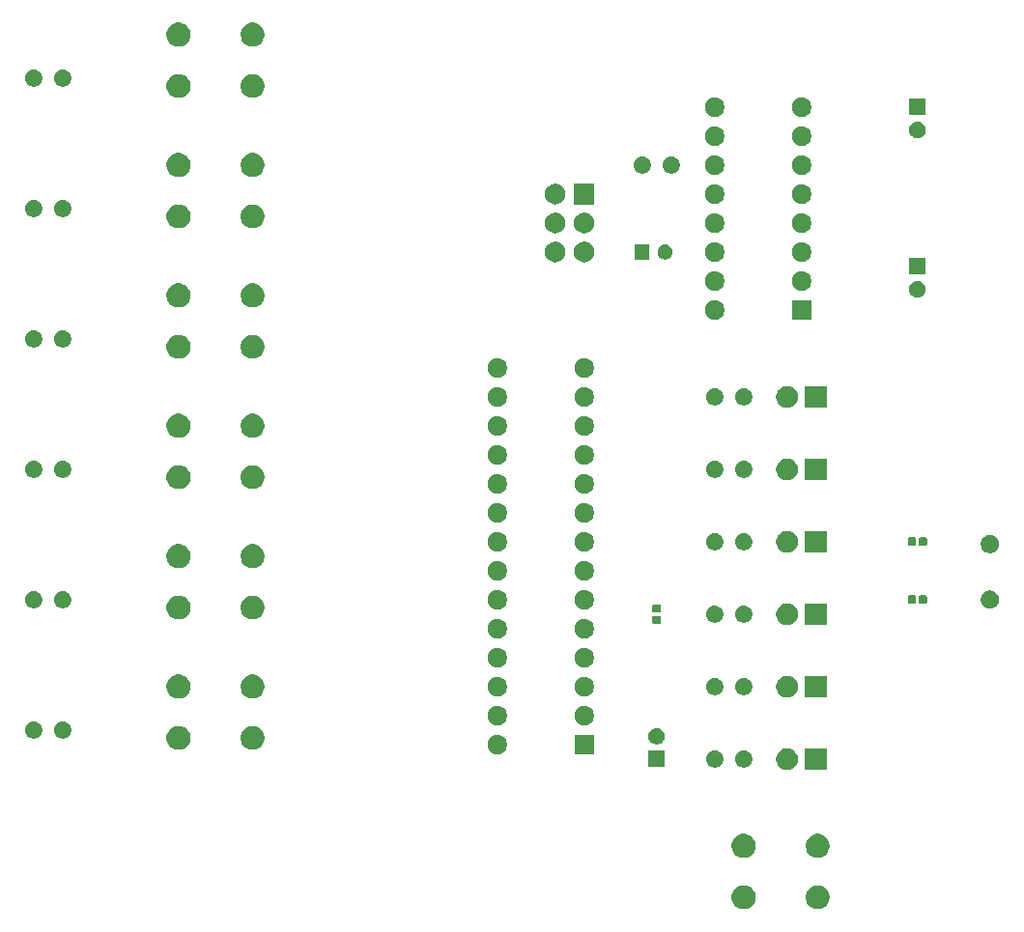
<source format=gbr>
G04 #@! TF.GenerationSoftware,KiCad,Pcbnew,5.1.5+dfsg1-2build2*
G04 #@! TF.CreationDate,2021-06-07T18:50:27-07:00*
G04 #@! TF.ProjectId,Atmega328p,41746d65-6761-4333-9238-702e6b696361,rev?*
G04 #@! TF.SameCoordinates,Original*
G04 #@! TF.FileFunction,Soldermask,Top*
G04 #@! TF.FilePolarity,Negative*
%FSLAX46Y46*%
G04 Gerber Fmt 4.6, Leading zero omitted, Abs format (unit mm)*
G04 Created by KiCad (PCBNEW 5.1.5+dfsg1-2build2) date 2021-06-07 18:50:27*
%MOMM*%
%LPD*%
G04 APERTURE LIST*
%ADD10C,0.100000*%
G04 APERTURE END LIST*
D10*
G36*
X178256564Y-134299389D02*
G01*
X178447833Y-134378615D01*
X178447835Y-134378616D01*
X178619973Y-134493635D01*
X178766365Y-134640027D01*
X178881385Y-134812167D01*
X178960611Y-135003436D01*
X179001000Y-135206484D01*
X179001000Y-135413516D01*
X178960611Y-135616564D01*
X178881385Y-135807833D01*
X178881384Y-135807835D01*
X178766365Y-135979973D01*
X178619973Y-136126365D01*
X178447835Y-136241384D01*
X178447834Y-136241385D01*
X178447833Y-136241385D01*
X178256564Y-136320611D01*
X178053516Y-136361000D01*
X177846484Y-136361000D01*
X177643436Y-136320611D01*
X177452167Y-136241385D01*
X177452166Y-136241385D01*
X177452165Y-136241384D01*
X177280027Y-136126365D01*
X177133635Y-135979973D01*
X177018616Y-135807835D01*
X177018615Y-135807833D01*
X176939389Y-135616564D01*
X176899000Y-135413516D01*
X176899000Y-135206484D01*
X176939389Y-135003436D01*
X177018615Y-134812167D01*
X177133635Y-134640027D01*
X177280027Y-134493635D01*
X177452165Y-134378616D01*
X177452167Y-134378615D01*
X177643436Y-134299389D01*
X177846484Y-134259000D01*
X178053516Y-134259000D01*
X178256564Y-134299389D01*
G37*
G36*
X171756564Y-134299389D02*
G01*
X171947833Y-134378615D01*
X171947835Y-134378616D01*
X172119973Y-134493635D01*
X172266365Y-134640027D01*
X172381385Y-134812167D01*
X172460611Y-135003436D01*
X172501000Y-135206484D01*
X172501000Y-135413516D01*
X172460611Y-135616564D01*
X172381385Y-135807833D01*
X172381384Y-135807835D01*
X172266365Y-135979973D01*
X172119973Y-136126365D01*
X171947835Y-136241384D01*
X171947834Y-136241385D01*
X171947833Y-136241385D01*
X171756564Y-136320611D01*
X171553516Y-136361000D01*
X171346484Y-136361000D01*
X171143436Y-136320611D01*
X170952167Y-136241385D01*
X170952166Y-136241385D01*
X170952165Y-136241384D01*
X170780027Y-136126365D01*
X170633635Y-135979973D01*
X170518616Y-135807835D01*
X170518615Y-135807833D01*
X170439389Y-135616564D01*
X170399000Y-135413516D01*
X170399000Y-135206484D01*
X170439389Y-135003436D01*
X170518615Y-134812167D01*
X170633635Y-134640027D01*
X170780027Y-134493635D01*
X170952165Y-134378616D01*
X170952167Y-134378615D01*
X171143436Y-134299389D01*
X171346484Y-134259000D01*
X171553516Y-134259000D01*
X171756564Y-134299389D01*
G37*
G36*
X171756564Y-129799389D02*
G01*
X171947833Y-129878615D01*
X171947835Y-129878616D01*
X172119973Y-129993635D01*
X172266365Y-130140027D01*
X172381385Y-130312167D01*
X172460611Y-130503436D01*
X172501000Y-130706484D01*
X172501000Y-130913516D01*
X172460611Y-131116564D01*
X172381385Y-131307833D01*
X172381384Y-131307835D01*
X172266365Y-131479973D01*
X172119973Y-131626365D01*
X171947835Y-131741384D01*
X171947834Y-131741385D01*
X171947833Y-131741385D01*
X171756564Y-131820611D01*
X171553516Y-131861000D01*
X171346484Y-131861000D01*
X171143436Y-131820611D01*
X170952167Y-131741385D01*
X170952166Y-131741385D01*
X170952165Y-131741384D01*
X170780027Y-131626365D01*
X170633635Y-131479973D01*
X170518616Y-131307835D01*
X170518615Y-131307833D01*
X170439389Y-131116564D01*
X170399000Y-130913516D01*
X170399000Y-130706484D01*
X170439389Y-130503436D01*
X170518615Y-130312167D01*
X170633635Y-130140027D01*
X170780027Y-129993635D01*
X170952165Y-129878616D01*
X170952167Y-129878615D01*
X171143436Y-129799389D01*
X171346484Y-129759000D01*
X171553516Y-129759000D01*
X171756564Y-129799389D01*
G37*
G36*
X178256564Y-129799389D02*
G01*
X178447833Y-129878615D01*
X178447835Y-129878616D01*
X178619973Y-129993635D01*
X178766365Y-130140027D01*
X178881385Y-130312167D01*
X178960611Y-130503436D01*
X179001000Y-130706484D01*
X179001000Y-130913516D01*
X178960611Y-131116564D01*
X178881385Y-131307833D01*
X178881384Y-131307835D01*
X178766365Y-131479973D01*
X178619973Y-131626365D01*
X178447835Y-131741384D01*
X178447834Y-131741385D01*
X178447833Y-131741385D01*
X178256564Y-131820611D01*
X178053516Y-131861000D01*
X177846484Y-131861000D01*
X177643436Y-131820611D01*
X177452167Y-131741385D01*
X177452166Y-131741385D01*
X177452165Y-131741384D01*
X177280027Y-131626365D01*
X177133635Y-131479973D01*
X177018616Y-131307835D01*
X177018615Y-131307833D01*
X176939389Y-131116564D01*
X176899000Y-130913516D01*
X176899000Y-130706484D01*
X176939389Y-130503436D01*
X177018615Y-130312167D01*
X177133635Y-130140027D01*
X177280027Y-129993635D01*
X177452165Y-129878616D01*
X177452167Y-129878615D01*
X177643436Y-129799389D01*
X177846484Y-129759000D01*
X178053516Y-129759000D01*
X178256564Y-129799389D01*
G37*
G36*
X175537395Y-122275546D02*
G01*
X175710466Y-122347234D01*
X175715520Y-122350611D01*
X175866227Y-122451310D01*
X175998690Y-122583773D01*
X176051081Y-122662182D01*
X176102766Y-122739534D01*
X176174454Y-122912605D01*
X176211000Y-123096333D01*
X176211000Y-123283667D01*
X176174454Y-123467395D01*
X176102766Y-123640466D01*
X176083877Y-123668735D01*
X175998690Y-123796227D01*
X175866227Y-123928690D01*
X175787818Y-123981081D01*
X175710466Y-124032766D01*
X175537395Y-124104454D01*
X175353667Y-124141000D01*
X175166333Y-124141000D01*
X174982605Y-124104454D01*
X174809534Y-124032766D01*
X174732182Y-123981081D01*
X174653773Y-123928690D01*
X174521310Y-123796227D01*
X174436123Y-123668735D01*
X174417234Y-123640466D01*
X174345546Y-123467395D01*
X174309000Y-123283667D01*
X174309000Y-123096333D01*
X174345546Y-122912605D01*
X174417234Y-122739534D01*
X174468919Y-122662182D01*
X174521310Y-122583773D01*
X174653773Y-122451310D01*
X174804480Y-122350611D01*
X174809534Y-122347234D01*
X174982605Y-122275546D01*
X175166333Y-122239000D01*
X175353667Y-122239000D01*
X175537395Y-122275546D01*
G37*
G36*
X178751000Y-124141000D02*
G01*
X176849000Y-124141000D01*
X176849000Y-122239000D01*
X178751000Y-122239000D01*
X178751000Y-124141000D01*
G37*
G36*
X171649653Y-122464000D02*
G01*
X171669059Y-122467860D01*
X171805732Y-122524472D01*
X171928735Y-122606660D01*
X172033340Y-122711265D01*
X172115528Y-122834268D01*
X172172140Y-122970941D01*
X172201000Y-123116033D01*
X172201000Y-123263967D01*
X172172140Y-123409059D01*
X172115528Y-123545732D01*
X172033340Y-123668735D01*
X171928735Y-123773340D01*
X171805732Y-123855528D01*
X171805731Y-123855529D01*
X171805730Y-123855529D01*
X171669059Y-123912140D01*
X171523968Y-123941000D01*
X171376032Y-123941000D01*
X171230941Y-123912140D01*
X171094270Y-123855529D01*
X171094269Y-123855529D01*
X171094268Y-123855528D01*
X170971265Y-123773340D01*
X170866660Y-123668735D01*
X170784472Y-123545732D01*
X170727860Y-123409059D01*
X170699000Y-123263967D01*
X170699000Y-123116033D01*
X170727860Y-122970941D01*
X170784472Y-122834268D01*
X170866660Y-122711265D01*
X170971265Y-122606660D01*
X171094268Y-122524472D01*
X171230941Y-122467860D01*
X171250347Y-122464000D01*
X171376032Y-122439000D01*
X171523968Y-122439000D01*
X171649653Y-122464000D01*
G37*
G36*
X169109653Y-122464000D02*
G01*
X169129059Y-122467860D01*
X169265732Y-122524472D01*
X169388735Y-122606660D01*
X169493340Y-122711265D01*
X169575528Y-122834268D01*
X169632140Y-122970941D01*
X169661000Y-123116033D01*
X169661000Y-123263967D01*
X169632140Y-123409059D01*
X169575528Y-123545732D01*
X169493340Y-123668735D01*
X169388735Y-123773340D01*
X169265732Y-123855528D01*
X169265731Y-123855529D01*
X169265730Y-123855529D01*
X169129059Y-123912140D01*
X168983968Y-123941000D01*
X168836032Y-123941000D01*
X168690941Y-123912140D01*
X168554270Y-123855529D01*
X168554269Y-123855529D01*
X168554268Y-123855528D01*
X168431265Y-123773340D01*
X168326660Y-123668735D01*
X168244472Y-123545732D01*
X168187860Y-123409059D01*
X168159000Y-123263967D01*
X168159000Y-123116033D01*
X168187860Y-122970941D01*
X168244472Y-122834268D01*
X168326660Y-122711265D01*
X168431265Y-122606660D01*
X168554268Y-122524472D01*
X168690941Y-122467860D01*
X168710347Y-122464000D01*
X168836032Y-122439000D01*
X168983968Y-122439000D01*
X169109653Y-122464000D01*
G37*
G36*
X164556000Y-123916000D02*
G01*
X163104000Y-123916000D01*
X163104000Y-122464000D01*
X164556000Y-122464000D01*
X164556000Y-123916000D01*
G37*
G36*
X158331000Y-122771000D02*
G01*
X156629000Y-122771000D01*
X156629000Y-121069000D01*
X158331000Y-121069000D01*
X158331000Y-122771000D01*
G37*
G36*
X150108228Y-121101703D02*
G01*
X150263100Y-121165853D01*
X150402481Y-121258985D01*
X150521015Y-121377519D01*
X150614147Y-121516900D01*
X150678297Y-121671772D01*
X150711000Y-121836184D01*
X150711000Y-122003816D01*
X150678297Y-122168228D01*
X150614147Y-122323100D01*
X150521015Y-122462481D01*
X150402481Y-122581015D01*
X150263100Y-122674147D01*
X150108228Y-122738297D01*
X149943816Y-122771000D01*
X149776184Y-122771000D01*
X149611772Y-122738297D01*
X149456900Y-122674147D01*
X149317519Y-122581015D01*
X149198985Y-122462481D01*
X149105853Y-122323100D01*
X149041703Y-122168228D01*
X149009000Y-122003816D01*
X149009000Y-121836184D01*
X149041703Y-121671772D01*
X149105853Y-121516900D01*
X149198985Y-121377519D01*
X149317519Y-121258985D01*
X149456900Y-121165853D01*
X149611772Y-121101703D01*
X149776184Y-121069000D01*
X149943816Y-121069000D01*
X150108228Y-121101703D01*
G37*
G36*
X128726564Y-120329389D02*
G01*
X128917833Y-120408615D01*
X128917835Y-120408616D01*
X129089973Y-120523635D01*
X129236365Y-120670027D01*
X129272407Y-120723967D01*
X129351385Y-120842167D01*
X129430611Y-121033436D01*
X129471000Y-121236484D01*
X129471000Y-121443516D01*
X129430611Y-121646564D01*
X129351385Y-121837833D01*
X129351384Y-121837835D01*
X129236365Y-122009973D01*
X129089973Y-122156365D01*
X128917835Y-122271384D01*
X128917834Y-122271385D01*
X128917833Y-122271385D01*
X128726564Y-122350611D01*
X128523516Y-122391000D01*
X128316484Y-122391000D01*
X128113436Y-122350611D01*
X127922167Y-122271385D01*
X127922166Y-122271385D01*
X127922165Y-122271384D01*
X127750027Y-122156365D01*
X127603635Y-122009973D01*
X127488616Y-121837835D01*
X127488615Y-121837833D01*
X127409389Y-121646564D01*
X127369000Y-121443516D01*
X127369000Y-121236484D01*
X127409389Y-121033436D01*
X127488615Y-120842167D01*
X127567594Y-120723967D01*
X127603635Y-120670027D01*
X127750027Y-120523635D01*
X127922165Y-120408616D01*
X127922167Y-120408615D01*
X128113436Y-120329389D01*
X128316484Y-120289000D01*
X128523516Y-120289000D01*
X128726564Y-120329389D01*
G37*
G36*
X122226564Y-120329389D02*
G01*
X122417833Y-120408615D01*
X122417835Y-120408616D01*
X122589973Y-120523635D01*
X122736365Y-120670027D01*
X122772407Y-120723967D01*
X122851385Y-120842167D01*
X122930611Y-121033436D01*
X122971000Y-121236484D01*
X122971000Y-121443516D01*
X122930611Y-121646564D01*
X122851385Y-121837833D01*
X122851384Y-121837835D01*
X122736365Y-122009973D01*
X122589973Y-122156365D01*
X122417835Y-122271384D01*
X122417834Y-122271385D01*
X122417833Y-122271385D01*
X122226564Y-122350611D01*
X122023516Y-122391000D01*
X121816484Y-122391000D01*
X121613436Y-122350611D01*
X121422167Y-122271385D01*
X121422166Y-122271385D01*
X121422165Y-122271384D01*
X121250027Y-122156365D01*
X121103635Y-122009973D01*
X120988616Y-121837835D01*
X120988615Y-121837833D01*
X120909389Y-121646564D01*
X120869000Y-121443516D01*
X120869000Y-121236484D01*
X120909389Y-121033436D01*
X120988615Y-120842167D01*
X121067594Y-120723967D01*
X121103635Y-120670027D01*
X121250027Y-120523635D01*
X121422165Y-120408616D01*
X121422167Y-120408615D01*
X121613436Y-120329389D01*
X121816484Y-120289000D01*
X122023516Y-120289000D01*
X122226564Y-120329389D01*
G37*
G36*
X164041766Y-120491899D02*
G01*
X164173888Y-120546626D01*
X164173890Y-120546627D01*
X164292798Y-120626079D01*
X164393921Y-120727202D01*
X164393922Y-120727204D01*
X164473374Y-120846112D01*
X164528101Y-120978234D01*
X164556000Y-121118494D01*
X164556000Y-121261506D01*
X164528101Y-121401766D01*
X164480409Y-121516903D01*
X164473373Y-121533890D01*
X164393921Y-121652798D01*
X164292798Y-121753921D01*
X164173890Y-121833373D01*
X164173889Y-121833374D01*
X164173888Y-121833374D01*
X164041766Y-121888101D01*
X163901506Y-121916000D01*
X163758494Y-121916000D01*
X163618234Y-121888101D01*
X163486112Y-121833374D01*
X163486111Y-121833374D01*
X163486110Y-121833373D01*
X163367202Y-121753921D01*
X163266079Y-121652798D01*
X163186627Y-121533890D01*
X163179591Y-121516903D01*
X163131899Y-121401766D01*
X163104000Y-121261506D01*
X163104000Y-121118494D01*
X163131899Y-120978234D01*
X163186626Y-120846112D01*
X163266078Y-120727204D01*
X163266079Y-120727202D01*
X163367202Y-120626079D01*
X163486110Y-120546627D01*
X163486112Y-120546626D01*
X163618234Y-120491899D01*
X163758494Y-120464000D01*
X163901506Y-120464000D01*
X164041766Y-120491899D01*
G37*
G36*
X109439059Y-119927860D02*
G01*
X109575732Y-119984472D01*
X109698735Y-120066660D01*
X109803340Y-120171265D01*
X109885528Y-120294268D01*
X109942140Y-120430941D01*
X109971000Y-120576033D01*
X109971000Y-120723967D01*
X109942140Y-120869059D01*
X109885528Y-121005732D01*
X109803340Y-121128735D01*
X109698735Y-121233340D01*
X109575732Y-121315528D01*
X109575731Y-121315529D01*
X109575730Y-121315529D01*
X109439059Y-121372140D01*
X109293968Y-121401000D01*
X109146032Y-121401000D01*
X109000941Y-121372140D01*
X108864270Y-121315529D01*
X108864269Y-121315529D01*
X108864268Y-121315528D01*
X108741265Y-121233340D01*
X108636660Y-121128735D01*
X108554472Y-121005732D01*
X108497860Y-120869059D01*
X108469000Y-120723967D01*
X108469000Y-120576033D01*
X108497860Y-120430941D01*
X108554472Y-120294268D01*
X108636660Y-120171265D01*
X108741265Y-120066660D01*
X108864268Y-119984472D01*
X109000941Y-119927860D01*
X109146032Y-119899000D01*
X109293968Y-119899000D01*
X109439059Y-119927860D01*
G37*
G36*
X111979059Y-119927860D02*
G01*
X112115732Y-119984472D01*
X112238735Y-120066660D01*
X112343340Y-120171265D01*
X112425528Y-120294268D01*
X112482140Y-120430941D01*
X112511000Y-120576033D01*
X112511000Y-120723967D01*
X112482140Y-120869059D01*
X112425528Y-121005732D01*
X112343340Y-121128735D01*
X112238735Y-121233340D01*
X112115732Y-121315528D01*
X112115731Y-121315529D01*
X112115730Y-121315529D01*
X111979059Y-121372140D01*
X111833968Y-121401000D01*
X111686032Y-121401000D01*
X111540941Y-121372140D01*
X111404270Y-121315529D01*
X111404269Y-121315529D01*
X111404268Y-121315528D01*
X111281265Y-121233340D01*
X111176660Y-121128735D01*
X111094472Y-121005732D01*
X111037860Y-120869059D01*
X111009000Y-120723967D01*
X111009000Y-120576033D01*
X111037860Y-120430941D01*
X111094472Y-120294268D01*
X111176660Y-120171265D01*
X111281265Y-120066660D01*
X111404268Y-119984472D01*
X111540941Y-119927860D01*
X111686032Y-119899000D01*
X111833968Y-119899000D01*
X111979059Y-119927860D01*
G37*
G36*
X150108228Y-118561703D02*
G01*
X150263100Y-118625853D01*
X150402481Y-118718985D01*
X150521015Y-118837519D01*
X150614147Y-118976900D01*
X150678297Y-119131772D01*
X150711000Y-119296184D01*
X150711000Y-119463816D01*
X150678297Y-119628228D01*
X150614147Y-119783100D01*
X150521015Y-119922481D01*
X150402481Y-120041015D01*
X150263100Y-120134147D01*
X150108228Y-120198297D01*
X149943816Y-120231000D01*
X149776184Y-120231000D01*
X149611772Y-120198297D01*
X149456900Y-120134147D01*
X149317519Y-120041015D01*
X149198985Y-119922481D01*
X149105853Y-119783100D01*
X149041703Y-119628228D01*
X149009000Y-119463816D01*
X149009000Y-119296184D01*
X149041703Y-119131772D01*
X149105853Y-118976900D01*
X149198985Y-118837519D01*
X149317519Y-118718985D01*
X149456900Y-118625853D01*
X149611772Y-118561703D01*
X149776184Y-118529000D01*
X149943816Y-118529000D01*
X150108228Y-118561703D01*
G37*
G36*
X157728228Y-118561703D02*
G01*
X157883100Y-118625853D01*
X158022481Y-118718985D01*
X158141015Y-118837519D01*
X158234147Y-118976900D01*
X158298297Y-119131772D01*
X158331000Y-119296184D01*
X158331000Y-119463816D01*
X158298297Y-119628228D01*
X158234147Y-119783100D01*
X158141015Y-119922481D01*
X158022481Y-120041015D01*
X157883100Y-120134147D01*
X157728228Y-120198297D01*
X157563816Y-120231000D01*
X157396184Y-120231000D01*
X157231772Y-120198297D01*
X157076900Y-120134147D01*
X156937519Y-120041015D01*
X156818985Y-119922481D01*
X156725853Y-119783100D01*
X156661703Y-119628228D01*
X156629000Y-119463816D01*
X156629000Y-119296184D01*
X156661703Y-119131772D01*
X156725853Y-118976900D01*
X156818985Y-118837519D01*
X156937519Y-118718985D01*
X157076900Y-118625853D01*
X157231772Y-118561703D01*
X157396184Y-118529000D01*
X157563816Y-118529000D01*
X157728228Y-118561703D01*
G37*
G36*
X128726564Y-115829389D02*
G01*
X128917833Y-115908615D01*
X128917835Y-115908616D01*
X128943174Y-115925547D01*
X129089973Y-116023635D01*
X129236365Y-116170027D01*
X129351385Y-116342167D01*
X129430611Y-116533436D01*
X129471000Y-116736484D01*
X129471000Y-116943516D01*
X129430611Y-117146564D01*
X129351385Y-117337833D01*
X129351384Y-117337835D01*
X129236365Y-117509973D01*
X129089973Y-117656365D01*
X128917835Y-117771384D01*
X128917834Y-117771385D01*
X128917833Y-117771385D01*
X128726564Y-117850611D01*
X128523516Y-117891000D01*
X128316484Y-117891000D01*
X128113436Y-117850611D01*
X127922167Y-117771385D01*
X127922166Y-117771385D01*
X127922165Y-117771384D01*
X127750027Y-117656365D01*
X127603635Y-117509973D01*
X127488616Y-117337835D01*
X127488615Y-117337833D01*
X127409389Y-117146564D01*
X127369000Y-116943516D01*
X127369000Y-116736484D01*
X127409389Y-116533436D01*
X127488615Y-116342167D01*
X127603635Y-116170027D01*
X127750027Y-116023635D01*
X127896826Y-115925547D01*
X127922165Y-115908616D01*
X127922167Y-115908615D01*
X128113436Y-115829389D01*
X128316484Y-115789000D01*
X128523516Y-115789000D01*
X128726564Y-115829389D01*
G37*
G36*
X122226564Y-115829389D02*
G01*
X122417833Y-115908615D01*
X122417835Y-115908616D01*
X122443174Y-115925547D01*
X122589973Y-116023635D01*
X122736365Y-116170027D01*
X122851385Y-116342167D01*
X122930611Y-116533436D01*
X122971000Y-116736484D01*
X122971000Y-116943516D01*
X122930611Y-117146564D01*
X122851385Y-117337833D01*
X122851384Y-117337835D01*
X122736365Y-117509973D01*
X122589973Y-117656365D01*
X122417835Y-117771384D01*
X122417834Y-117771385D01*
X122417833Y-117771385D01*
X122226564Y-117850611D01*
X122023516Y-117891000D01*
X121816484Y-117891000D01*
X121613436Y-117850611D01*
X121422167Y-117771385D01*
X121422166Y-117771385D01*
X121422165Y-117771384D01*
X121250027Y-117656365D01*
X121103635Y-117509973D01*
X120988616Y-117337835D01*
X120988615Y-117337833D01*
X120909389Y-117146564D01*
X120869000Y-116943516D01*
X120869000Y-116736484D01*
X120909389Y-116533436D01*
X120988615Y-116342167D01*
X121103635Y-116170027D01*
X121250027Y-116023635D01*
X121396826Y-115925547D01*
X121422165Y-115908616D01*
X121422167Y-115908615D01*
X121613436Y-115829389D01*
X121816484Y-115789000D01*
X122023516Y-115789000D01*
X122226564Y-115829389D01*
G37*
G36*
X175537395Y-115925546D02*
G01*
X175710466Y-115997234D01*
X175710467Y-115997235D01*
X175866227Y-116101310D01*
X175998690Y-116233773D01*
X176041284Y-116297520D01*
X176102766Y-116389534D01*
X176174454Y-116562605D01*
X176211000Y-116746333D01*
X176211000Y-116933667D01*
X176174454Y-117117395D01*
X176102766Y-117290466D01*
X176083877Y-117318735D01*
X175998690Y-117446227D01*
X175866227Y-117578690D01*
X175843092Y-117594148D01*
X175710466Y-117682766D01*
X175537395Y-117754454D01*
X175353667Y-117791000D01*
X175166333Y-117791000D01*
X174982605Y-117754454D01*
X174809534Y-117682766D01*
X174676908Y-117594148D01*
X174653773Y-117578690D01*
X174521310Y-117446227D01*
X174436123Y-117318735D01*
X174417234Y-117290466D01*
X174345546Y-117117395D01*
X174309000Y-116933667D01*
X174309000Y-116746333D01*
X174345546Y-116562605D01*
X174417234Y-116389534D01*
X174478716Y-116297520D01*
X174521310Y-116233773D01*
X174653773Y-116101310D01*
X174809533Y-115997235D01*
X174809534Y-115997234D01*
X174982605Y-115925546D01*
X175166333Y-115889000D01*
X175353667Y-115889000D01*
X175537395Y-115925546D01*
G37*
G36*
X178751000Y-117791000D02*
G01*
X176849000Y-117791000D01*
X176849000Y-115889000D01*
X178751000Y-115889000D01*
X178751000Y-117791000D01*
G37*
G36*
X157728228Y-116021703D02*
G01*
X157883100Y-116085853D01*
X158022481Y-116178985D01*
X158141015Y-116297519D01*
X158234147Y-116436900D01*
X158298297Y-116591772D01*
X158331000Y-116756184D01*
X158331000Y-116923816D01*
X158298297Y-117088228D01*
X158234147Y-117243100D01*
X158141015Y-117382481D01*
X158022481Y-117501015D01*
X157883100Y-117594147D01*
X157728228Y-117658297D01*
X157563816Y-117691000D01*
X157396184Y-117691000D01*
X157231772Y-117658297D01*
X157076900Y-117594147D01*
X156937519Y-117501015D01*
X156818985Y-117382481D01*
X156725853Y-117243100D01*
X156661703Y-117088228D01*
X156629000Y-116923816D01*
X156629000Y-116756184D01*
X156661703Y-116591772D01*
X156725853Y-116436900D01*
X156818985Y-116297519D01*
X156937519Y-116178985D01*
X157076900Y-116085853D01*
X157231772Y-116021703D01*
X157396184Y-115989000D01*
X157563816Y-115989000D01*
X157728228Y-116021703D01*
G37*
G36*
X150108228Y-116021703D02*
G01*
X150263100Y-116085853D01*
X150402481Y-116178985D01*
X150521015Y-116297519D01*
X150614147Y-116436900D01*
X150678297Y-116591772D01*
X150711000Y-116756184D01*
X150711000Y-116923816D01*
X150678297Y-117088228D01*
X150614147Y-117243100D01*
X150521015Y-117382481D01*
X150402481Y-117501015D01*
X150263100Y-117594147D01*
X150108228Y-117658297D01*
X149943816Y-117691000D01*
X149776184Y-117691000D01*
X149611772Y-117658297D01*
X149456900Y-117594147D01*
X149317519Y-117501015D01*
X149198985Y-117382481D01*
X149105853Y-117243100D01*
X149041703Y-117088228D01*
X149009000Y-116923816D01*
X149009000Y-116756184D01*
X149041703Y-116591772D01*
X149105853Y-116436900D01*
X149198985Y-116297519D01*
X149317519Y-116178985D01*
X149456900Y-116085853D01*
X149611772Y-116021703D01*
X149776184Y-115989000D01*
X149943816Y-115989000D01*
X150108228Y-116021703D01*
G37*
G36*
X169045850Y-116101309D02*
G01*
X169129059Y-116117860D01*
X169265732Y-116174472D01*
X169388735Y-116256660D01*
X169493340Y-116361265D01*
X169575528Y-116484268D01*
X169575529Y-116484270D01*
X169632140Y-116620941D01*
X169661000Y-116766032D01*
X169661000Y-116913968D01*
X169632140Y-117059059D01*
X169575528Y-117195732D01*
X169493340Y-117318735D01*
X169388735Y-117423340D01*
X169265732Y-117505528D01*
X169265731Y-117505529D01*
X169265730Y-117505529D01*
X169129059Y-117562140D01*
X168983968Y-117591000D01*
X168836032Y-117591000D01*
X168690941Y-117562140D01*
X168554270Y-117505529D01*
X168554269Y-117505529D01*
X168554268Y-117505528D01*
X168431265Y-117423340D01*
X168326660Y-117318735D01*
X168244472Y-117195732D01*
X168187860Y-117059059D01*
X168159000Y-116913968D01*
X168159000Y-116766032D01*
X168187860Y-116620941D01*
X168244471Y-116484270D01*
X168244472Y-116484268D01*
X168326660Y-116361265D01*
X168431265Y-116256660D01*
X168554268Y-116174472D01*
X168690941Y-116117860D01*
X168774150Y-116101309D01*
X168836032Y-116089000D01*
X168983968Y-116089000D01*
X169045850Y-116101309D01*
G37*
G36*
X171585850Y-116101309D02*
G01*
X171669059Y-116117860D01*
X171805732Y-116174472D01*
X171928735Y-116256660D01*
X172033340Y-116361265D01*
X172115528Y-116484268D01*
X172115529Y-116484270D01*
X172172140Y-116620941D01*
X172201000Y-116766032D01*
X172201000Y-116913968D01*
X172172140Y-117059059D01*
X172115528Y-117195732D01*
X172033340Y-117318735D01*
X171928735Y-117423340D01*
X171805732Y-117505528D01*
X171805731Y-117505529D01*
X171805730Y-117505529D01*
X171669059Y-117562140D01*
X171523968Y-117591000D01*
X171376032Y-117591000D01*
X171230941Y-117562140D01*
X171094270Y-117505529D01*
X171094269Y-117505529D01*
X171094268Y-117505528D01*
X170971265Y-117423340D01*
X170866660Y-117318735D01*
X170784472Y-117195732D01*
X170727860Y-117059059D01*
X170699000Y-116913968D01*
X170699000Y-116766032D01*
X170727860Y-116620941D01*
X170784471Y-116484270D01*
X170784472Y-116484268D01*
X170866660Y-116361265D01*
X170971265Y-116256660D01*
X171094268Y-116174472D01*
X171230941Y-116117860D01*
X171314150Y-116101309D01*
X171376032Y-116089000D01*
X171523968Y-116089000D01*
X171585850Y-116101309D01*
G37*
G36*
X157728228Y-113481703D02*
G01*
X157883100Y-113545853D01*
X158022481Y-113638985D01*
X158141015Y-113757519D01*
X158234147Y-113896900D01*
X158298297Y-114051772D01*
X158331000Y-114216184D01*
X158331000Y-114383816D01*
X158298297Y-114548228D01*
X158234147Y-114703100D01*
X158141015Y-114842481D01*
X158022481Y-114961015D01*
X157883100Y-115054147D01*
X157728228Y-115118297D01*
X157563816Y-115151000D01*
X157396184Y-115151000D01*
X157231772Y-115118297D01*
X157076900Y-115054147D01*
X156937519Y-114961015D01*
X156818985Y-114842481D01*
X156725853Y-114703100D01*
X156661703Y-114548228D01*
X156629000Y-114383816D01*
X156629000Y-114216184D01*
X156661703Y-114051772D01*
X156725853Y-113896900D01*
X156818985Y-113757519D01*
X156937519Y-113638985D01*
X157076900Y-113545853D01*
X157231772Y-113481703D01*
X157396184Y-113449000D01*
X157563816Y-113449000D01*
X157728228Y-113481703D01*
G37*
G36*
X150108228Y-113481703D02*
G01*
X150263100Y-113545853D01*
X150402481Y-113638985D01*
X150521015Y-113757519D01*
X150614147Y-113896900D01*
X150678297Y-114051772D01*
X150711000Y-114216184D01*
X150711000Y-114383816D01*
X150678297Y-114548228D01*
X150614147Y-114703100D01*
X150521015Y-114842481D01*
X150402481Y-114961015D01*
X150263100Y-115054147D01*
X150108228Y-115118297D01*
X149943816Y-115151000D01*
X149776184Y-115151000D01*
X149611772Y-115118297D01*
X149456900Y-115054147D01*
X149317519Y-114961015D01*
X149198985Y-114842481D01*
X149105853Y-114703100D01*
X149041703Y-114548228D01*
X149009000Y-114383816D01*
X149009000Y-114216184D01*
X149041703Y-114051772D01*
X149105853Y-113896900D01*
X149198985Y-113757519D01*
X149317519Y-113638985D01*
X149456900Y-113545853D01*
X149611772Y-113481703D01*
X149776184Y-113449000D01*
X149943816Y-113449000D01*
X150108228Y-113481703D01*
G37*
G36*
X157728228Y-110941703D02*
G01*
X157883100Y-111005853D01*
X158022481Y-111098985D01*
X158141015Y-111217519D01*
X158234147Y-111356900D01*
X158298297Y-111511772D01*
X158331000Y-111676184D01*
X158331000Y-111843816D01*
X158298297Y-112008228D01*
X158234147Y-112163100D01*
X158141015Y-112302481D01*
X158022481Y-112421015D01*
X157883100Y-112514147D01*
X157728228Y-112578297D01*
X157563816Y-112611000D01*
X157396184Y-112611000D01*
X157231772Y-112578297D01*
X157076900Y-112514147D01*
X156937519Y-112421015D01*
X156818985Y-112302481D01*
X156725853Y-112163100D01*
X156661703Y-112008228D01*
X156629000Y-111843816D01*
X156629000Y-111676184D01*
X156661703Y-111511772D01*
X156725853Y-111356900D01*
X156818985Y-111217519D01*
X156937519Y-111098985D01*
X157076900Y-111005853D01*
X157231772Y-110941703D01*
X157396184Y-110909000D01*
X157563816Y-110909000D01*
X157728228Y-110941703D01*
G37*
G36*
X150108228Y-110941703D02*
G01*
X150263100Y-111005853D01*
X150402481Y-111098985D01*
X150521015Y-111217519D01*
X150614147Y-111356900D01*
X150678297Y-111511772D01*
X150711000Y-111676184D01*
X150711000Y-111843816D01*
X150678297Y-112008228D01*
X150614147Y-112163100D01*
X150521015Y-112302481D01*
X150402481Y-112421015D01*
X150263100Y-112514147D01*
X150108228Y-112578297D01*
X149943816Y-112611000D01*
X149776184Y-112611000D01*
X149611772Y-112578297D01*
X149456900Y-112514147D01*
X149317519Y-112421015D01*
X149198985Y-112302481D01*
X149105853Y-112163100D01*
X149041703Y-112008228D01*
X149009000Y-111843816D01*
X149009000Y-111676184D01*
X149041703Y-111511772D01*
X149105853Y-111356900D01*
X149198985Y-111217519D01*
X149317519Y-111098985D01*
X149456900Y-111005853D01*
X149611772Y-110941703D01*
X149776184Y-110909000D01*
X149943816Y-110909000D01*
X150108228Y-110941703D01*
G37*
G36*
X175537395Y-109575546D02*
G01*
X175710466Y-109647234D01*
X175741501Y-109667971D01*
X175866227Y-109751310D01*
X175998690Y-109883773D01*
X176029469Y-109929837D01*
X176102766Y-110039534D01*
X176174454Y-110212605D01*
X176211000Y-110396333D01*
X176211000Y-110583667D01*
X176174454Y-110767395D01*
X176102766Y-110940466D01*
X176083877Y-110968735D01*
X175998690Y-111096227D01*
X175866227Y-111228690D01*
X175802078Y-111271553D01*
X175710466Y-111332766D01*
X175537395Y-111404454D01*
X175353667Y-111441000D01*
X175166333Y-111441000D01*
X174982605Y-111404454D01*
X174809534Y-111332766D01*
X174717922Y-111271553D01*
X174653773Y-111228690D01*
X174521310Y-111096227D01*
X174436123Y-110968735D01*
X174417234Y-110940466D01*
X174345546Y-110767395D01*
X174309000Y-110583667D01*
X174309000Y-110396333D01*
X174345546Y-110212605D01*
X174417234Y-110039534D01*
X174490531Y-109929837D01*
X174521310Y-109883773D01*
X174653773Y-109751310D01*
X174778499Y-109667971D01*
X174809534Y-109647234D01*
X174982605Y-109575546D01*
X175166333Y-109539000D01*
X175353667Y-109539000D01*
X175537395Y-109575546D01*
G37*
G36*
X178751000Y-111441000D02*
G01*
X176849000Y-111441000D01*
X176849000Y-109539000D01*
X178751000Y-109539000D01*
X178751000Y-111441000D01*
G37*
G36*
X164111938Y-110631716D02*
G01*
X164132557Y-110637971D01*
X164151553Y-110648124D01*
X164168208Y-110661792D01*
X164181876Y-110678447D01*
X164192029Y-110697443D01*
X164198284Y-110718062D01*
X164201000Y-110745640D01*
X164201000Y-111204360D01*
X164198284Y-111231938D01*
X164192029Y-111252557D01*
X164181876Y-111271553D01*
X164168208Y-111288208D01*
X164151553Y-111301876D01*
X164132557Y-111312029D01*
X164111938Y-111318284D01*
X164084360Y-111321000D01*
X163575640Y-111321000D01*
X163548062Y-111318284D01*
X163527443Y-111312029D01*
X163508447Y-111301876D01*
X163491792Y-111288208D01*
X163478124Y-111271553D01*
X163467971Y-111252557D01*
X163461716Y-111231938D01*
X163459000Y-111204360D01*
X163459000Y-110745640D01*
X163461716Y-110718062D01*
X163467971Y-110697443D01*
X163478124Y-110678447D01*
X163491792Y-110661792D01*
X163508447Y-110648124D01*
X163527443Y-110637971D01*
X163548062Y-110631716D01*
X163575640Y-110629000D01*
X164084360Y-110629000D01*
X164111938Y-110631716D01*
G37*
G36*
X171669059Y-109767860D02*
G01*
X171762306Y-109806484D01*
X171805732Y-109824472D01*
X171928735Y-109906660D01*
X172033340Y-110011265D01*
X172115528Y-110134268D01*
X172115529Y-110134270D01*
X172172140Y-110270941D01*
X172201000Y-110416032D01*
X172201000Y-110563968D01*
X172172140Y-110709059D01*
X172133643Y-110802000D01*
X172115528Y-110845732D01*
X172033340Y-110968735D01*
X171928735Y-111073340D01*
X171805732Y-111155528D01*
X171805731Y-111155529D01*
X171805730Y-111155529D01*
X171669059Y-111212140D01*
X171523968Y-111241000D01*
X171376032Y-111241000D01*
X171230941Y-111212140D01*
X171094270Y-111155529D01*
X171094269Y-111155529D01*
X171094268Y-111155528D01*
X170971265Y-111073340D01*
X170866660Y-110968735D01*
X170784472Y-110845732D01*
X170766358Y-110802000D01*
X170727860Y-110709059D01*
X170699000Y-110563968D01*
X170699000Y-110416032D01*
X170727860Y-110270941D01*
X170784471Y-110134270D01*
X170784472Y-110134268D01*
X170866660Y-110011265D01*
X170971265Y-109906660D01*
X171094268Y-109824472D01*
X171137695Y-109806484D01*
X171230941Y-109767860D01*
X171376032Y-109739000D01*
X171523968Y-109739000D01*
X171669059Y-109767860D01*
G37*
G36*
X169129059Y-109767860D02*
G01*
X169222306Y-109806484D01*
X169265732Y-109824472D01*
X169388735Y-109906660D01*
X169493340Y-110011265D01*
X169575528Y-110134268D01*
X169575529Y-110134270D01*
X169632140Y-110270941D01*
X169661000Y-110416032D01*
X169661000Y-110563968D01*
X169632140Y-110709059D01*
X169593643Y-110802000D01*
X169575528Y-110845732D01*
X169493340Y-110968735D01*
X169388735Y-111073340D01*
X169265732Y-111155528D01*
X169265731Y-111155529D01*
X169265730Y-111155529D01*
X169129059Y-111212140D01*
X168983968Y-111241000D01*
X168836032Y-111241000D01*
X168690941Y-111212140D01*
X168554270Y-111155529D01*
X168554269Y-111155529D01*
X168554268Y-111155528D01*
X168431265Y-111073340D01*
X168326660Y-110968735D01*
X168244472Y-110845732D01*
X168226358Y-110802000D01*
X168187860Y-110709059D01*
X168159000Y-110563968D01*
X168159000Y-110416032D01*
X168187860Y-110270941D01*
X168244471Y-110134270D01*
X168244472Y-110134268D01*
X168326660Y-110011265D01*
X168431265Y-109906660D01*
X168554268Y-109824472D01*
X168597695Y-109806484D01*
X168690941Y-109767860D01*
X168836032Y-109739000D01*
X168983968Y-109739000D01*
X169129059Y-109767860D01*
G37*
G36*
X122226564Y-108899389D02*
G01*
X122386508Y-108965640D01*
X122417835Y-108978616D01*
X122589973Y-109093635D01*
X122736365Y-109240027D01*
X122772407Y-109293967D01*
X122851385Y-109412167D01*
X122930611Y-109603436D01*
X122971000Y-109806484D01*
X122971000Y-110013516D01*
X122930611Y-110216564D01*
X122851385Y-110407833D01*
X122851384Y-110407835D01*
X122736365Y-110579973D01*
X122589973Y-110726365D01*
X122417835Y-110841384D01*
X122417834Y-110841385D01*
X122417833Y-110841385D01*
X122226564Y-110920611D01*
X122023516Y-110961000D01*
X121816484Y-110961000D01*
X121613436Y-110920611D01*
X121422167Y-110841385D01*
X121422166Y-110841385D01*
X121422165Y-110841384D01*
X121250027Y-110726365D01*
X121103635Y-110579973D01*
X120988616Y-110407835D01*
X120988615Y-110407833D01*
X120909389Y-110216564D01*
X120869000Y-110013516D01*
X120869000Y-109806484D01*
X120909389Y-109603436D01*
X120988615Y-109412167D01*
X121067594Y-109293967D01*
X121103635Y-109240027D01*
X121250027Y-109093635D01*
X121422165Y-108978616D01*
X121453492Y-108965640D01*
X121613436Y-108899389D01*
X121816484Y-108859000D01*
X122023516Y-108859000D01*
X122226564Y-108899389D01*
G37*
G36*
X128726564Y-108899389D02*
G01*
X128886508Y-108965640D01*
X128917835Y-108978616D01*
X129089973Y-109093635D01*
X129236365Y-109240027D01*
X129272407Y-109293967D01*
X129351385Y-109412167D01*
X129430611Y-109603436D01*
X129471000Y-109806484D01*
X129471000Y-110013516D01*
X129430611Y-110216564D01*
X129351385Y-110407833D01*
X129351384Y-110407835D01*
X129236365Y-110579973D01*
X129089973Y-110726365D01*
X128917835Y-110841384D01*
X128917834Y-110841385D01*
X128917833Y-110841385D01*
X128726564Y-110920611D01*
X128523516Y-110961000D01*
X128316484Y-110961000D01*
X128113436Y-110920611D01*
X127922167Y-110841385D01*
X127922166Y-110841385D01*
X127922165Y-110841384D01*
X127750027Y-110726365D01*
X127603635Y-110579973D01*
X127488616Y-110407835D01*
X127488615Y-110407833D01*
X127409389Y-110216564D01*
X127369000Y-110013516D01*
X127369000Y-109806484D01*
X127409389Y-109603436D01*
X127488615Y-109412167D01*
X127567594Y-109293967D01*
X127603635Y-109240027D01*
X127750027Y-109093635D01*
X127922165Y-108978616D01*
X127953492Y-108965640D01*
X128113436Y-108899389D01*
X128316484Y-108859000D01*
X128523516Y-108859000D01*
X128726564Y-108899389D01*
G37*
G36*
X164111938Y-109661716D02*
G01*
X164132557Y-109667971D01*
X164151553Y-109678124D01*
X164168208Y-109691792D01*
X164181876Y-109708447D01*
X164192029Y-109727443D01*
X164198284Y-109748062D01*
X164201000Y-109775640D01*
X164201000Y-110234360D01*
X164198284Y-110261938D01*
X164192029Y-110282557D01*
X164181876Y-110301553D01*
X164168208Y-110318208D01*
X164151553Y-110331876D01*
X164132557Y-110342029D01*
X164111938Y-110348284D01*
X164084360Y-110351000D01*
X163575640Y-110351000D01*
X163548062Y-110348284D01*
X163527443Y-110342029D01*
X163508447Y-110331876D01*
X163491792Y-110318208D01*
X163478124Y-110301553D01*
X163467971Y-110282557D01*
X163461716Y-110261938D01*
X163459000Y-110234360D01*
X163459000Y-109775640D01*
X163461716Y-109748062D01*
X163467971Y-109727443D01*
X163478124Y-109708447D01*
X163491792Y-109691792D01*
X163508447Y-109678124D01*
X163527443Y-109667971D01*
X163548062Y-109661716D01*
X163575640Y-109659000D01*
X164084360Y-109659000D01*
X164111938Y-109661716D01*
G37*
G36*
X150108228Y-108401703D02*
G01*
X150263100Y-108465853D01*
X150402481Y-108558985D01*
X150521015Y-108677519D01*
X150614147Y-108816900D01*
X150678297Y-108971772D01*
X150711000Y-109136184D01*
X150711000Y-109303816D01*
X150678297Y-109468228D01*
X150614147Y-109623100D01*
X150521015Y-109762481D01*
X150402481Y-109881015D01*
X150263100Y-109974147D01*
X150108228Y-110038297D01*
X149943816Y-110071000D01*
X149776184Y-110071000D01*
X149611772Y-110038297D01*
X149456900Y-109974147D01*
X149317519Y-109881015D01*
X149198985Y-109762481D01*
X149105853Y-109623100D01*
X149041703Y-109468228D01*
X149009000Y-109303816D01*
X149009000Y-109136184D01*
X149041703Y-108971772D01*
X149105853Y-108816900D01*
X149198985Y-108677519D01*
X149317519Y-108558985D01*
X149456900Y-108465853D01*
X149611772Y-108401703D01*
X149776184Y-108369000D01*
X149943816Y-108369000D01*
X150108228Y-108401703D01*
G37*
G36*
X157728228Y-108401703D02*
G01*
X157883100Y-108465853D01*
X158022481Y-108558985D01*
X158141015Y-108677519D01*
X158234147Y-108816900D01*
X158298297Y-108971772D01*
X158331000Y-109136184D01*
X158331000Y-109303816D01*
X158298297Y-109468228D01*
X158234147Y-109623100D01*
X158141015Y-109762481D01*
X158022481Y-109881015D01*
X157883100Y-109974147D01*
X157728228Y-110038297D01*
X157563816Y-110071000D01*
X157396184Y-110071000D01*
X157231772Y-110038297D01*
X157076900Y-109974147D01*
X156937519Y-109881015D01*
X156818985Y-109762481D01*
X156725853Y-109623100D01*
X156661703Y-109468228D01*
X156629000Y-109303816D01*
X156629000Y-109136184D01*
X156661703Y-108971772D01*
X156725853Y-108816900D01*
X156818985Y-108677519D01*
X156937519Y-108558985D01*
X157076900Y-108465853D01*
X157231772Y-108401703D01*
X157396184Y-108369000D01*
X157563816Y-108369000D01*
X157728228Y-108401703D01*
G37*
G36*
X193273642Y-108449781D02*
G01*
X193389714Y-108497860D01*
X193419416Y-108510163D01*
X193550608Y-108597822D01*
X193662178Y-108709392D01*
X193734012Y-108816900D01*
X193749838Y-108840586D01*
X193810219Y-108986358D01*
X193841000Y-109141107D01*
X193841000Y-109298893D01*
X193810219Y-109453642D01*
X193759724Y-109575546D01*
X193749837Y-109599416D01*
X193662178Y-109730608D01*
X193550608Y-109842178D01*
X193419416Y-109929837D01*
X193419415Y-109929838D01*
X193419414Y-109929838D01*
X193273642Y-109990219D01*
X193118893Y-110021000D01*
X192961107Y-110021000D01*
X192806358Y-109990219D01*
X192660586Y-109929838D01*
X192660585Y-109929838D01*
X192660584Y-109929837D01*
X192529392Y-109842178D01*
X192417822Y-109730608D01*
X192330163Y-109599416D01*
X192320276Y-109575546D01*
X192269781Y-109453642D01*
X192239000Y-109298893D01*
X192239000Y-109141107D01*
X192269781Y-108986358D01*
X192330162Y-108840586D01*
X192345988Y-108816900D01*
X192417822Y-108709392D01*
X192529392Y-108597822D01*
X192660584Y-108510163D01*
X192690286Y-108497860D01*
X192806358Y-108449781D01*
X192961107Y-108419000D01*
X193118893Y-108419000D01*
X193273642Y-108449781D01*
G37*
G36*
X109439059Y-108497860D02*
G01*
X109575732Y-108554472D01*
X109698735Y-108636660D01*
X109803340Y-108741265D01*
X109869703Y-108840584D01*
X109885529Y-108864270D01*
X109942140Y-109000941D01*
X109971000Y-109146032D01*
X109971000Y-109293968D01*
X109942140Y-109439059D01*
X109899686Y-109541553D01*
X109885528Y-109575732D01*
X109803340Y-109698735D01*
X109698735Y-109803340D01*
X109575732Y-109885528D01*
X109575731Y-109885529D01*
X109575730Y-109885529D01*
X109439059Y-109942140D01*
X109293968Y-109971000D01*
X109146032Y-109971000D01*
X109000941Y-109942140D01*
X108864270Y-109885529D01*
X108864269Y-109885529D01*
X108864268Y-109885528D01*
X108741265Y-109803340D01*
X108636660Y-109698735D01*
X108554472Y-109575732D01*
X108540315Y-109541553D01*
X108497860Y-109439059D01*
X108469000Y-109293968D01*
X108469000Y-109146032D01*
X108497860Y-109000941D01*
X108554471Y-108864270D01*
X108570297Y-108840584D01*
X108636660Y-108741265D01*
X108741265Y-108636660D01*
X108864268Y-108554472D01*
X109000941Y-108497860D01*
X109146032Y-108469000D01*
X109293968Y-108469000D01*
X109439059Y-108497860D01*
G37*
G36*
X111979059Y-108497860D02*
G01*
X112115732Y-108554472D01*
X112238735Y-108636660D01*
X112343340Y-108741265D01*
X112409703Y-108840584D01*
X112425529Y-108864270D01*
X112482140Y-109000941D01*
X112511000Y-109146032D01*
X112511000Y-109293968D01*
X112482140Y-109439059D01*
X112439686Y-109541553D01*
X112425528Y-109575732D01*
X112343340Y-109698735D01*
X112238735Y-109803340D01*
X112115732Y-109885528D01*
X112115731Y-109885529D01*
X112115730Y-109885529D01*
X111979059Y-109942140D01*
X111833968Y-109971000D01*
X111686032Y-109971000D01*
X111540941Y-109942140D01*
X111404270Y-109885529D01*
X111404269Y-109885529D01*
X111404268Y-109885528D01*
X111281265Y-109803340D01*
X111176660Y-109698735D01*
X111094472Y-109575732D01*
X111080315Y-109541553D01*
X111037860Y-109439059D01*
X111009000Y-109293968D01*
X111009000Y-109146032D01*
X111037860Y-109000941D01*
X111094471Y-108864270D01*
X111110297Y-108840584D01*
X111176660Y-108741265D01*
X111281265Y-108636660D01*
X111404268Y-108554472D01*
X111540941Y-108497860D01*
X111686032Y-108469000D01*
X111833968Y-108469000D01*
X111979059Y-108497860D01*
G37*
G36*
X186461938Y-108851716D02*
G01*
X186482557Y-108857971D01*
X186501553Y-108868124D01*
X186518208Y-108881792D01*
X186531876Y-108898447D01*
X186542029Y-108917443D01*
X186548284Y-108938062D01*
X186551000Y-108965640D01*
X186551000Y-109474360D01*
X186548284Y-109501938D01*
X186542029Y-109522557D01*
X186531876Y-109541553D01*
X186518208Y-109558208D01*
X186501553Y-109571876D01*
X186482557Y-109582029D01*
X186461938Y-109588284D01*
X186434360Y-109591000D01*
X185975640Y-109591000D01*
X185948062Y-109588284D01*
X185927443Y-109582029D01*
X185908447Y-109571876D01*
X185891792Y-109558208D01*
X185878124Y-109541553D01*
X185867971Y-109522557D01*
X185861716Y-109501938D01*
X185859000Y-109474360D01*
X185859000Y-108965640D01*
X185861716Y-108938062D01*
X185867971Y-108917443D01*
X185878124Y-108898447D01*
X185891792Y-108881792D01*
X185908447Y-108868124D01*
X185927443Y-108857971D01*
X185948062Y-108851716D01*
X185975640Y-108849000D01*
X186434360Y-108849000D01*
X186461938Y-108851716D01*
G37*
G36*
X187431938Y-108851716D02*
G01*
X187452557Y-108857971D01*
X187471553Y-108868124D01*
X187488208Y-108881792D01*
X187501876Y-108898447D01*
X187512029Y-108917443D01*
X187518284Y-108938062D01*
X187521000Y-108965640D01*
X187521000Y-109474360D01*
X187518284Y-109501938D01*
X187512029Y-109522557D01*
X187501876Y-109541553D01*
X187488208Y-109558208D01*
X187471553Y-109571876D01*
X187452557Y-109582029D01*
X187431938Y-109588284D01*
X187404360Y-109591000D01*
X186945640Y-109591000D01*
X186918062Y-109588284D01*
X186897443Y-109582029D01*
X186878447Y-109571876D01*
X186861792Y-109558208D01*
X186848124Y-109541553D01*
X186837971Y-109522557D01*
X186831716Y-109501938D01*
X186829000Y-109474360D01*
X186829000Y-108965640D01*
X186831716Y-108938062D01*
X186837971Y-108917443D01*
X186848124Y-108898447D01*
X186861792Y-108881792D01*
X186878447Y-108868124D01*
X186897443Y-108857971D01*
X186918062Y-108851716D01*
X186945640Y-108849000D01*
X187404360Y-108849000D01*
X187431938Y-108851716D01*
G37*
G36*
X157728228Y-105861703D02*
G01*
X157883100Y-105925853D01*
X158022481Y-106018985D01*
X158141015Y-106137519D01*
X158234147Y-106276900D01*
X158298297Y-106431772D01*
X158331000Y-106596184D01*
X158331000Y-106763816D01*
X158298297Y-106928228D01*
X158234147Y-107083100D01*
X158141015Y-107222481D01*
X158022481Y-107341015D01*
X157883100Y-107434147D01*
X157728228Y-107498297D01*
X157563816Y-107531000D01*
X157396184Y-107531000D01*
X157231772Y-107498297D01*
X157076900Y-107434147D01*
X156937519Y-107341015D01*
X156818985Y-107222481D01*
X156725853Y-107083100D01*
X156661703Y-106928228D01*
X156629000Y-106763816D01*
X156629000Y-106596184D01*
X156661703Y-106431772D01*
X156725853Y-106276900D01*
X156818985Y-106137519D01*
X156937519Y-106018985D01*
X157076900Y-105925853D01*
X157231772Y-105861703D01*
X157396184Y-105829000D01*
X157563816Y-105829000D01*
X157728228Y-105861703D01*
G37*
G36*
X150108228Y-105861703D02*
G01*
X150263100Y-105925853D01*
X150402481Y-106018985D01*
X150521015Y-106137519D01*
X150614147Y-106276900D01*
X150678297Y-106431772D01*
X150711000Y-106596184D01*
X150711000Y-106763816D01*
X150678297Y-106928228D01*
X150614147Y-107083100D01*
X150521015Y-107222481D01*
X150402481Y-107341015D01*
X150263100Y-107434147D01*
X150108228Y-107498297D01*
X149943816Y-107531000D01*
X149776184Y-107531000D01*
X149611772Y-107498297D01*
X149456900Y-107434147D01*
X149317519Y-107341015D01*
X149198985Y-107222481D01*
X149105853Y-107083100D01*
X149041703Y-106928228D01*
X149009000Y-106763816D01*
X149009000Y-106596184D01*
X149041703Y-106431772D01*
X149105853Y-106276900D01*
X149198985Y-106137519D01*
X149317519Y-106018985D01*
X149456900Y-105925853D01*
X149611772Y-105861703D01*
X149776184Y-105829000D01*
X149943816Y-105829000D01*
X150108228Y-105861703D01*
G37*
G36*
X122226564Y-104399389D02*
G01*
X122416850Y-104478208D01*
X122417835Y-104478616D01*
X122589973Y-104593635D01*
X122736365Y-104740027D01*
X122839345Y-104894147D01*
X122851385Y-104912167D01*
X122930611Y-105103436D01*
X122971000Y-105306484D01*
X122971000Y-105513516D01*
X122930611Y-105716564D01*
X122870492Y-105861705D01*
X122851384Y-105907835D01*
X122736365Y-106079973D01*
X122589973Y-106226365D01*
X122417835Y-106341384D01*
X122417834Y-106341385D01*
X122417833Y-106341385D01*
X122226564Y-106420611D01*
X122023516Y-106461000D01*
X121816484Y-106461000D01*
X121613436Y-106420611D01*
X121422167Y-106341385D01*
X121422166Y-106341385D01*
X121422165Y-106341384D01*
X121250027Y-106226365D01*
X121103635Y-106079973D01*
X120988616Y-105907835D01*
X120969508Y-105861705D01*
X120909389Y-105716564D01*
X120869000Y-105513516D01*
X120869000Y-105306484D01*
X120909389Y-105103436D01*
X120988615Y-104912167D01*
X121000656Y-104894147D01*
X121103635Y-104740027D01*
X121250027Y-104593635D01*
X121422165Y-104478616D01*
X121423150Y-104478208D01*
X121613436Y-104399389D01*
X121816484Y-104359000D01*
X122023516Y-104359000D01*
X122226564Y-104399389D01*
G37*
G36*
X128726564Y-104399389D02*
G01*
X128916850Y-104478208D01*
X128917835Y-104478616D01*
X129089973Y-104593635D01*
X129236365Y-104740027D01*
X129339345Y-104894147D01*
X129351385Y-104912167D01*
X129430611Y-105103436D01*
X129471000Y-105306484D01*
X129471000Y-105513516D01*
X129430611Y-105716564D01*
X129370492Y-105861705D01*
X129351384Y-105907835D01*
X129236365Y-106079973D01*
X129089973Y-106226365D01*
X128917835Y-106341384D01*
X128917834Y-106341385D01*
X128917833Y-106341385D01*
X128726564Y-106420611D01*
X128523516Y-106461000D01*
X128316484Y-106461000D01*
X128113436Y-106420611D01*
X127922167Y-106341385D01*
X127922166Y-106341385D01*
X127922165Y-106341384D01*
X127750027Y-106226365D01*
X127603635Y-106079973D01*
X127488616Y-105907835D01*
X127469508Y-105861705D01*
X127409389Y-105716564D01*
X127369000Y-105513516D01*
X127369000Y-105306484D01*
X127409389Y-105103436D01*
X127488615Y-104912167D01*
X127500656Y-104894147D01*
X127603635Y-104740027D01*
X127750027Y-104593635D01*
X127922165Y-104478616D01*
X127923150Y-104478208D01*
X128113436Y-104399389D01*
X128316484Y-104359000D01*
X128523516Y-104359000D01*
X128726564Y-104399389D01*
G37*
G36*
X193273642Y-103569781D02*
G01*
X193419414Y-103630162D01*
X193419416Y-103630163D01*
X193550608Y-103717822D01*
X193662178Y-103829392D01*
X193749837Y-103960584D01*
X193749838Y-103960586D01*
X193810219Y-104106358D01*
X193841000Y-104261107D01*
X193841000Y-104418893D01*
X193810219Y-104573642D01*
X193765136Y-104682481D01*
X193749837Y-104719416D01*
X193662178Y-104850608D01*
X193550608Y-104962178D01*
X193419416Y-105049837D01*
X193419415Y-105049838D01*
X193419414Y-105049838D01*
X193273642Y-105110219D01*
X193118893Y-105141000D01*
X192961107Y-105141000D01*
X192806358Y-105110219D01*
X192660586Y-105049838D01*
X192660585Y-105049838D01*
X192660584Y-105049837D01*
X192529392Y-104962178D01*
X192417822Y-104850608D01*
X192330163Y-104719416D01*
X192314864Y-104682481D01*
X192269781Y-104573642D01*
X192239000Y-104418893D01*
X192239000Y-104261107D01*
X192269781Y-104106358D01*
X192330162Y-103960586D01*
X192330163Y-103960584D01*
X192417822Y-103829392D01*
X192529392Y-103717822D01*
X192660584Y-103630163D01*
X192660586Y-103630162D01*
X192806358Y-103569781D01*
X192961107Y-103539000D01*
X193118893Y-103539000D01*
X193273642Y-103569781D01*
G37*
G36*
X175537395Y-103225546D02*
G01*
X175710466Y-103297234D01*
X175710467Y-103297235D01*
X175866227Y-103401310D01*
X175998690Y-103533773D01*
X176041284Y-103597520D01*
X176102766Y-103689534D01*
X176174454Y-103862605D01*
X176211000Y-104046333D01*
X176211000Y-104233667D01*
X176174454Y-104417395D01*
X176102766Y-104590466D01*
X176083877Y-104618735D01*
X175998690Y-104746227D01*
X175866227Y-104878690D01*
X175843092Y-104894148D01*
X175710466Y-104982766D01*
X175537395Y-105054454D01*
X175353667Y-105091000D01*
X175166333Y-105091000D01*
X174982605Y-105054454D01*
X174809534Y-104982766D01*
X174676908Y-104894148D01*
X174653773Y-104878690D01*
X174521310Y-104746227D01*
X174436123Y-104618735D01*
X174417234Y-104590466D01*
X174345546Y-104417395D01*
X174309000Y-104233667D01*
X174309000Y-104046333D01*
X174345546Y-103862605D01*
X174417234Y-103689534D01*
X174478716Y-103597520D01*
X174521310Y-103533773D01*
X174653773Y-103401310D01*
X174809533Y-103297235D01*
X174809534Y-103297234D01*
X174982605Y-103225546D01*
X175166333Y-103189000D01*
X175353667Y-103189000D01*
X175537395Y-103225546D01*
G37*
G36*
X178751000Y-105091000D02*
G01*
X176849000Y-105091000D01*
X176849000Y-103189000D01*
X178751000Y-103189000D01*
X178751000Y-105091000D01*
G37*
G36*
X157728228Y-103321703D02*
G01*
X157883100Y-103385853D01*
X158022481Y-103478985D01*
X158141015Y-103597519D01*
X158234147Y-103736900D01*
X158298297Y-103891772D01*
X158331000Y-104056184D01*
X158331000Y-104223816D01*
X158298297Y-104388228D01*
X158234147Y-104543100D01*
X158141015Y-104682481D01*
X158022481Y-104801015D01*
X157883100Y-104894147D01*
X157728228Y-104958297D01*
X157563816Y-104991000D01*
X157396184Y-104991000D01*
X157231772Y-104958297D01*
X157076900Y-104894147D01*
X156937519Y-104801015D01*
X156818985Y-104682481D01*
X156725853Y-104543100D01*
X156661703Y-104388228D01*
X156629000Y-104223816D01*
X156629000Y-104056184D01*
X156661703Y-103891772D01*
X156725853Y-103736900D01*
X156818985Y-103597519D01*
X156937519Y-103478985D01*
X157076900Y-103385853D01*
X157231772Y-103321703D01*
X157396184Y-103289000D01*
X157563816Y-103289000D01*
X157728228Y-103321703D01*
G37*
G36*
X150108228Y-103321703D02*
G01*
X150263100Y-103385853D01*
X150402481Y-103478985D01*
X150521015Y-103597519D01*
X150614147Y-103736900D01*
X150678297Y-103891772D01*
X150711000Y-104056184D01*
X150711000Y-104223816D01*
X150678297Y-104388228D01*
X150614147Y-104543100D01*
X150521015Y-104682481D01*
X150402481Y-104801015D01*
X150263100Y-104894147D01*
X150108228Y-104958297D01*
X149943816Y-104991000D01*
X149776184Y-104991000D01*
X149611772Y-104958297D01*
X149456900Y-104894147D01*
X149317519Y-104801015D01*
X149198985Y-104682481D01*
X149105853Y-104543100D01*
X149041703Y-104388228D01*
X149009000Y-104223816D01*
X149009000Y-104056184D01*
X149041703Y-103891772D01*
X149105853Y-103736900D01*
X149198985Y-103597519D01*
X149317519Y-103478985D01*
X149456900Y-103385853D01*
X149611772Y-103321703D01*
X149776184Y-103289000D01*
X149943816Y-103289000D01*
X150108228Y-103321703D01*
G37*
G36*
X171585850Y-103401309D02*
G01*
X171669059Y-103417860D01*
X171805732Y-103474472D01*
X171928735Y-103556660D01*
X172033340Y-103661265D01*
X172105326Y-103769000D01*
X172115529Y-103784270D01*
X172172140Y-103920941D01*
X172201000Y-104066032D01*
X172201000Y-104213968D01*
X172172140Y-104359059D01*
X172129686Y-104461553D01*
X172115528Y-104495732D01*
X172033340Y-104618735D01*
X171928735Y-104723340D01*
X171805732Y-104805528D01*
X171805731Y-104805529D01*
X171805730Y-104805529D01*
X171669059Y-104862140D01*
X171523968Y-104891000D01*
X171376032Y-104891000D01*
X171230941Y-104862140D01*
X171094270Y-104805529D01*
X171094269Y-104805529D01*
X171094268Y-104805528D01*
X170971265Y-104723340D01*
X170866660Y-104618735D01*
X170784472Y-104495732D01*
X170770315Y-104461553D01*
X170727860Y-104359059D01*
X170699000Y-104213968D01*
X170699000Y-104066032D01*
X170727860Y-103920941D01*
X170784471Y-103784270D01*
X170794674Y-103769000D01*
X170866660Y-103661265D01*
X170971265Y-103556660D01*
X171094268Y-103474472D01*
X171230941Y-103417860D01*
X171314150Y-103401309D01*
X171376032Y-103389000D01*
X171523968Y-103389000D01*
X171585850Y-103401309D01*
G37*
G36*
X169045850Y-103401309D02*
G01*
X169129059Y-103417860D01*
X169265732Y-103474472D01*
X169388735Y-103556660D01*
X169493340Y-103661265D01*
X169565326Y-103769000D01*
X169575529Y-103784270D01*
X169632140Y-103920941D01*
X169661000Y-104066032D01*
X169661000Y-104213968D01*
X169632140Y-104359059D01*
X169589686Y-104461553D01*
X169575528Y-104495732D01*
X169493340Y-104618735D01*
X169388735Y-104723340D01*
X169265732Y-104805528D01*
X169265731Y-104805529D01*
X169265730Y-104805529D01*
X169129059Y-104862140D01*
X168983968Y-104891000D01*
X168836032Y-104891000D01*
X168690941Y-104862140D01*
X168554270Y-104805529D01*
X168554269Y-104805529D01*
X168554268Y-104805528D01*
X168431265Y-104723340D01*
X168326660Y-104618735D01*
X168244472Y-104495732D01*
X168230315Y-104461553D01*
X168187860Y-104359059D01*
X168159000Y-104213968D01*
X168159000Y-104066032D01*
X168187860Y-103920941D01*
X168244471Y-103784270D01*
X168254674Y-103769000D01*
X168326660Y-103661265D01*
X168431265Y-103556660D01*
X168554268Y-103474472D01*
X168690941Y-103417860D01*
X168774150Y-103401309D01*
X168836032Y-103389000D01*
X168983968Y-103389000D01*
X169045850Y-103401309D01*
G37*
G36*
X187431938Y-103771716D02*
G01*
X187452557Y-103777971D01*
X187471553Y-103788124D01*
X187488208Y-103801792D01*
X187501876Y-103818447D01*
X187512029Y-103837443D01*
X187518284Y-103858062D01*
X187521000Y-103885640D01*
X187521000Y-104394360D01*
X187518284Y-104421938D01*
X187512029Y-104442557D01*
X187501876Y-104461553D01*
X187488208Y-104478208D01*
X187471553Y-104491876D01*
X187452557Y-104502029D01*
X187431938Y-104508284D01*
X187404360Y-104511000D01*
X186945640Y-104511000D01*
X186918062Y-104508284D01*
X186897443Y-104502029D01*
X186878447Y-104491876D01*
X186861792Y-104478208D01*
X186848124Y-104461553D01*
X186837971Y-104442557D01*
X186831716Y-104421938D01*
X186829000Y-104394360D01*
X186829000Y-103885640D01*
X186831716Y-103858062D01*
X186837971Y-103837443D01*
X186848124Y-103818447D01*
X186861792Y-103801792D01*
X186878447Y-103788124D01*
X186897443Y-103777971D01*
X186918062Y-103771716D01*
X186945640Y-103769000D01*
X187404360Y-103769000D01*
X187431938Y-103771716D01*
G37*
G36*
X186461938Y-103771716D02*
G01*
X186482557Y-103777971D01*
X186501553Y-103788124D01*
X186518208Y-103801792D01*
X186531876Y-103818447D01*
X186542029Y-103837443D01*
X186548284Y-103858062D01*
X186551000Y-103885640D01*
X186551000Y-104394360D01*
X186548284Y-104421938D01*
X186542029Y-104442557D01*
X186531876Y-104461553D01*
X186518208Y-104478208D01*
X186501553Y-104491876D01*
X186482557Y-104502029D01*
X186461938Y-104508284D01*
X186434360Y-104511000D01*
X185975640Y-104511000D01*
X185948062Y-104508284D01*
X185927443Y-104502029D01*
X185908447Y-104491876D01*
X185891792Y-104478208D01*
X185878124Y-104461553D01*
X185867971Y-104442557D01*
X185861716Y-104421938D01*
X185859000Y-104394360D01*
X185859000Y-103885640D01*
X185861716Y-103858062D01*
X185867971Y-103837443D01*
X185878124Y-103818447D01*
X185891792Y-103801792D01*
X185908447Y-103788124D01*
X185927443Y-103777971D01*
X185948062Y-103771716D01*
X185975640Y-103769000D01*
X186434360Y-103769000D01*
X186461938Y-103771716D01*
G37*
G36*
X157728228Y-100781703D02*
G01*
X157883100Y-100845853D01*
X158022481Y-100938985D01*
X158141015Y-101057519D01*
X158234147Y-101196900D01*
X158298297Y-101351772D01*
X158331000Y-101516184D01*
X158331000Y-101683816D01*
X158298297Y-101848228D01*
X158234147Y-102003100D01*
X158141015Y-102142481D01*
X158022481Y-102261015D01*
X157883100Y-102354147D01*
X157728228Y-102418297D01*
X157563816Y-102451000D01*
X157396184Y-102451000D01*
X157231772Y-102418297D01*
X157076900Y-102354147D01*
X156937519Y-102261015D01*
X156818985Y-102142481D01*
X156725853Y-102003100D01*
X156661703Y-101848228D01*
X156629000Y-101683816D01*
X156629000Y-101516184D01*
X156661703Y-101351772D01*
X156725853Y-101196900D01*
X156818985Y-101057519D01*
X156937519Y-100938985D01*
X157076900Y-100845853D01*
X157231772Y-100781703D01*
X157396184Y-100749000D01*
X157563816Y-100749000D01*
X157728228Y-100781703D01*
G37*
G36*
X150108228Y-100781703D02*
G01*
X150263100Y-100845853D01*
X150402481Y-100938985D01*
X150521015Y-101057519D01*
X150614147Y-101196900D01*
X150678297Y-101351772D01*
X150711000Y-101516184D01*
X150711000Y-101683816D01*
X150678297Y-101848228D01*
X150614147Y-102003100D01*
X150521015Y-102142481D01*
X150402481Y-102261015D01*
X150263100Y-102354147D01*
X150108228Y-102418297D01*
X149943816Y-102451000D01*
X149776184Y-102451000D01*
X149611772Y-102418297D01*
X149456900Y-102354147D01*
X149317519Y-102261015D01*
X149198985Y-102142481D01*
X149105853Y-102003100D01*
X149041703Y-101848228D01*
X149009000Y-101683816D01*
X149009000Y-101516184D01*
X149041703Y-101351772D01*
X149105853Y-101196900D01*
X149198985Y-101057519D01*
X149317519Y-100938985D01*
X149456900Y-100845853D01*
X149611772Y-100781703D01*
X149776184Y-100749000D01*
X149943816Y-100749000D01*
X150108228Y-100781703D01*
G37*
G36*
X150108228Y-98241703D02*
G01*
X150263100Y-98305853D01*
X150402481Y-98398985D01*
X150521015Y-98517519D01*
X150614147Y-98656900D01*
X150678297Y-98811772D01*
X150711000Y-98976184D01*
X150711000Y-99143816D01*
X150678297Y-99308228D01*
X150614147Y-99463100D01*
X150521015Y-99602481D01*
X150402481Y-99721015D01*
X150263100Y-99814147D01*
X150108228Y-99878297D01*
X149943816Y-99911000D01*
X149776184Y-99911000D01*
X149611772Y-99878297D01*
X149456900Y-99814147D01*
X149317519Y-99721015D01*
X149198985Y-99602481D01*
X149105853Y-99463100D01*
X149041703Y-99308228D01*
X149009000Y-99143816D01*
X149009000Y-98976184D01*
X149041703Y-98811772D01*
X149105853Y-98656900D01*
X149198985Y-98517519D01*
X149317519Y-98398985D01*
X149456900Y-98305853D01*
X149611772Y-98241703D01*
X149776184Y-98209000D01*
X149943816Y-98209000D01*
X150108228Y-98241703D01*
G37*
G36*
X157728228Y-98241703D02*
G01*
X157883100Y-98305853D01*
X158022481Y-98398985D01*
X158141015Y-98517519D01*
X158234147Y-98656900D01*
X158298297Y-98811772D01*
X158331000Y-98976184D01*
X158331000Y-99143816D01*
X158298297Y-99308228D01*
X158234147Y-99463100D01*
X158141015Y-99602481D01*
X158022481Y-99721015D01*
X157883100Y-99814147D01*
X157728228Y-99878297D01*
X157563816Y-99911000D01*
X157396184Y-99911000D01*
X157231772Y-99878297D01*
X157076900Y-99814147D01*
X156937519Y-99721015D01*
X156818985Y-99602481D01*
X156725853Y-99463100D01*
X156661703Y-99308228D01*
X156629000Y-99143816D01*
X156629000Y-98976184D01*
X156661703Y-98811772D01*
X156725853Y-98656900D01*
X156818985Y-98517519D01*
X156937519Y-98398985D01*
X157076900Y-98305853D01*
X157231772Y-98241703D01*
X157396184Y-98209000D01*
X157563816Y-98209000D01*
X157728228Y-98241703D01*
G37*
G36*
X128726564Y-97469389D02*
G01*
X128917833Y-97548615D01*
X128917835Y-97548616D01*
X129089973Y-97663635D01*
X129236365Y-97810027D01*
X129272407Y-97863967D01*
X129351385Y-97982167D01*
X129430611Y-98173436D01*
X129471000Y-98376484D01*
X129471000Y-98583516D01*
X129430611Y-98786564D01*
X129351385Y-98977833D01*
X129351384Y-98977835D01*
X129236365Y-99149973D01*
X129089973Y-99296365D01*
X128917835Y-99411384D01*
X128917834Y-99411385D01*
X128917833Y-99411385D01*
X128726564Y-99490611D01*
X128523516Y-99531000D01*
X128316484Y-99531000D01*
X128113436Y-99490611D01*
X127922167Y-99411385D01*
X127922166Y-99411385D01*
X127922165Y-99411384D01*
X127750027Y-99296365D01*
X127603635Y-99149973D01*
X127488616Y-98977835D01*
X127488615Y-98977833D01*
X127409389Y-98786564D01*
X127369000Y-98583516D01*
X127369000Y-98376484D01*
X127409389Y-98173436D01*
X127488615Y-97982167D01*
X127567594Y-97863967D01*
X127603635Y-97810027D01*
X127750027Y-97663635D01*
X127922165Y-97548616D01*
X127922167Y-97548615D01*
X128113436Y-97469389D01*
X128316484Y-97429000D01*
X128523516Y-97429000D01*
X128726564Y-97469389D01*
G37*
G36*
X122226564Y-97469389D02*
G01*
X122417833Y-97548615D01*
X122417835Y-97548616D01*
X122589973Y-97663635D01*
X122736365Y-97810027D01*
X122772407Y-97863967D01*
X122851385Y-97982167D01*
X122930611Y-98173436D01*
X122971000Y-98376484D01*
X122971000Y-98583516D01*
X122930611Y-98786564D01*
X122851385Y-98977833D01*
X122851384Y-98977835D01*
X122736365Y-99149973D01*
X122589973Y-99296365D01*
X122417835Y-99411384D01*
X122417834Y-99411385D01*
X122417833Y-99411385D01*
X122226564Y-99490611D01*
X122023516Y-99531000D01*
X121816484Y-99531000D01*
X121613436Y-99490611D01*
X121422167Y-99411385D01*
X121422166Y-99411385D01*
X121422165Y-99411384D01*
X121250027Y-99296365D01*
X121103635Y-99149973D01*
X120988616Y-98977835D01*
X120988615Y-98977833D01*
X120909389Y-98786564D01*
X120869000Y-98583516D01*
X120869000Y-98376484D01*
X120909389Y-98173436D01*
X120988615Y-97982167D01*
X121067594Y-97863967D01*
X121103635Y-97810027D01*
X121250027Y-97663635D01*
X121422165Y-97548616D01*
X121422167Y-97548615D01*
X121613436Y-97469389D01*
X121816484Y-97429000D01*
X122023516Y-97429000D01*
X122226564Y-97469389D01*
G37*
G36*
X178751000Y-98741000D02*
G01*
X176849000Y-98741000D01*
X176849000Y-96839000D01*
X178751000Y-96839000D01*
X178751000Y-98741000D01*
G37*
G36*
X175537395Y-96875546D02*
G01*
X175710466Y-96947234D01*
X175710467Y-96947235D01*
X175866227Y-97051310D01*
X175998690Y-97183773D01*
X176051081Y-97262182D01*
X176102766Y-97339534D01*
X176174454Y-97512605D01*
X176211000Y-97696333D01*
X176211000Y-97883667D01*
X176174454Y-98067395D01*
X176102766Y-98240466D01*
X176083877Y-98268735D01*
X175998690Y-98396227D01*
X175866227Y-98528690D01*
X175787818Y-98581081D01*
X175710466Y-98632766D01*
X175537395Y-98704454D01*
X175353667Y-98741000D01*
X175166333Y-98741000D01*
X174982605Y-98704454D01*
X174809534Y-98632766D01*
X174732182Y-98581081D01*
X174653773Y-98528690D01*
X174521310Y-98396227D01*
X174436123Y-98268735D01*
X174417234Y-98240466D01*
X174345546Y-98067395D01*
X174309000Y-97883667D01*
X174309000Y-97696333D01*
X174345546Y-97512605D01*
X174417234Y-97339534D01*
X174468919Y-97262182D01*
X174521310Y-97183773D01*
X174653773Y-97051310D01*
X174809533Y-96947235D01*
X174809534Y-96947234D01*
X174982605Y-96875546D01*
X175166333Y-96839000D01*
X175353667Y-96839000D01*
X175537395Y-96875546D01*
G37*
G36*
X169129059Y-97067860D02*
G01*
X169265732Y-97124472D01*
X169388735Y-97206660D01*
X169493340Y-97311265D01*
X169575528Y-97434268D01*
X169632140Y-97570941D01*
X169661000Y-97716033D01*
X169661000Y-97863967D01*
X169632140Y-98009059D01*
X169575528Y-98145732D01*
X169493340Y-98268735D01*
X169388735Y-98373340D01*
X169265732Y-98455528D01*
X169265731Y-98455529D01*
X169265730Y-98455529D01*
X169129059Y-98512140D01*
X168983968Y-98541000D01*
X168836032Y-98541000D01*
X168690941Y-98512140D01*
X168554270Y-98455529D01*
X168554269Y-98455529D01*
X168554268Y-98455528D01*
X168431265Y-98373340D01*
X168326660Y-98268735D01*
X168244472Y-98145732D01*
X168187860Y-98009059D01*
X168159000Y-97863967D01*
X168159000Y-97716033D01*
X168187860Y-97570941D01*
X168244472Y-97434268D01*
X168326660Y-97311265D01*
X168431265Y-97206660D01*
X168554268Y-97124472D01*
X168690941Y-97067860D01*
X168836032Y-97039000D01*
X168983968Y-97039000D01*
X169129059Y-97067860D01*
G37*
G36*
X171669059Y-97067860D02*
G01*
X171805732Y-97124472D01*
X171928735Y-97206660D01*
X172033340Y-97311265D01*
X172115528Y-97434268D01*
X172172140Y-97570941D01*
X172201000Y-97716033D01*
X172201000Y-97863967D01*
X172172140Y-98009059D01*
X172115528Y-98145732D01*
X172033340Y-98268735D01*
X171928735Y-98373340D01*
X171805732Y-98455528D01*
X171805731Y-98455529D01*
X171805730Y-98455529D01*
X171669059Y-98512140D01*
X171523968Y-98541000D01*
X171376032Y-98541000D01*
X171230941Y-98512140D01*
X171094270Y-98455529D01*
X171094269Y-98455529D01*
X171094268Y-98455528D01*
X170971265Y-98373340D01*
X170866660Y-98268735D01*
X170784472Y-98145732D01*
X170727860Y-98009059D01*
X170699000Y-97863967D01*
X170699000Y-97716033D01*
X170727860Y-97570941D01*
X170784472Y-97434268D01*
X170866660Y-97311265D01*
X170971265Y-97206660D01*
X171094268Y-97124472D01*
X171230941Y-97067860D01*
X171376032Y-97039000D01*
X171523968Y-97039000D01*
X171669059Y-97067860D01*
G37*
G36*
X109439059Y-97067860D02*
G01*
X109575732Y-97124472D01*
X109698735Y-97206660D01*
X109803340Y-97311265D01*
X109885528Y-97434268D01*
X109942140Y-97570941D01*
X109971000Y-97716033D01*
X109971000Y-97863967D01*
X109942140Y-98009059D01*
X109885528Y-98145732D01*
X109803340Y-98268735D01*
X109698735Y-98373340D01*
X109575732Y-98455528D01*
X109575731Y-98455529D01*
X109575730Y-98455529D01*
X109439059Y-98512140D01*
X109293968Y-98541000D01*
X109146032Y-98541000D01*
X109000941Y-98512140D01*
X108864270Y-98455529D01*
X108864269Y-98455529D01*
X108864268Y-98455528D01*
X108741265Y-98373340D01*
X108636660Y-98268735D01*
X108554472Y-98145732D01*
X108497860Y-98009059D01*
X108469000Y-97863967D01*
X108469000Y-97716033D01*
X108497860Y-97570941D01*
X108554472Y-97434268D01*
X108636660Y-97311265D01*
X108741265Y-97206660D01*
X108864268Y-97124472D01*
X109000941Y-97067860D01*
X109146032Y-97039000D01*
X109293968Y-97039000D01*
X109439059Y-97067860D01*
G37*
G36*
X111979059Y-97067860D02*
G01*
X112115732Y-97124472D01*
X112238735Y-97206660D01*
X112343340Y-97311265D01*
X112425528Y-97434268D01*
X112482140Y-97570941D01*
X112511000Y-97716033D01*
X112511000Y-97863967D01*
X112482140Y-98009059D01*
X112425528Y-98145732D01*
X112343340Y-98268735D01*
X112238735Y-98373340D01*
X112115732Y-98455528D01*
X112115731Y-98455529D01*
X112115730Y-98455529D01*
X111979059Y-98512140D01*
X111833968Y-98541000D01*
X111686032Y-98541000D01*
X111540941Y-98512140D01*
X111404270Y-98455529D01*
X111404269Y-98455529D01*
X111404268Y-98455528D01*
X111281265Y-98373340D01*
X111176660Y-98268735D01*
X111094472Y-98145732D01*
X111037860Y-98009059D01*
X111009000Y-97863967D01*
X111009000Y-97716033D01*
X111037860Y-97570941D01*
X111094472Y-97434268D01*
X111176660Y-97311265D01*
X111281265Y-97206660D01*
X111404268Y-97124472D01*
X111540941Y-97067860D01*
X111686032Y-97039000D01*
X111833968Y-97039000D01*
X111979059Y-97067860D01*
G37*
G36*
X157728228Y-95701703D02*
G01*
X157883100Y-95765853D01*
X158022481Y-95858985D01*
X158141015Y-95977519D01*
X158234147Y-96116900D01*
X158298297Y-96271772D01*
X158331000Y-96436184D01*
X158331000Y-96603816D01*
X158298297Y-96768228D01*
X158234147Y-96923100D01*
X158141015Y-97062481D01*
X158022481Y-97181015D01*
X157883100Y-97274147D01*
X157728228Y-97338297D01*
X157563816Y-97371000D01*
X157396184Y-97371000D01*
X157231772Y-97338297D01*
X157076900Y-97274147D01*
X156937519Y-97181015D01*
X156818985Y-97062481D01*
X156725853Y-96923100D01*
X156661703Y-96768228D01*
X156629000Y-96603816D01*
X156629000Y-96436184D01*
X156661703Y-96271772D01*
X156725853Y-96116900D01*
X156818985Y-95977519D01*
X156937519Y-95858985D01*
X157076900Y-95765853D01*
X157231772Y-95701703D01*
X157396184Y-95669000D01*
X157563816Y-95669000D01*
X157728228Y-95701703D01*
G37*
G36*
X150108228Y-95701703D02*
G01*
X150263100Y-95765853D01*
X150402481Y-95858985D01*
X150521015Y-95977519D01*
X150614147Y-96116900D01*
X150678297Y-96271772D01*
X150711000Y-96436184D01*
X150711000Y-96603816D01*
X150678297Y-96768228D01*
X150614147Y-96923100D01*
X150521015Y-97062481D01*
X150402481Y-97181015D01*
X150263100Y-97274147D01*
X150108228Y-97338297D01*
X149943816Y-97371000D01*
X149776184Y-97371000D01*
X149611772Y-97338297D01*
X149456900Y-97274147D01*
X149317519Y-97181015D01*
X149198985Y-97062481D01*
X149105853Y-96923100D01*
X149041703Y-96768228D01*
X149009000Y-96603816D01*
X149009000Y-96436184D01*
X149041703Y-96271772D01*
X149105853Y-96116900D01*
X149198985Y-95977519D01*
X149317519Y-95858985D01*
X149456900Y-95765853D01*
X149611772Y-95701703D01*
X149776184Y-95669000D01*
X149943816Y-95669000D01*
X150108228Y-95701703D01*
G37*
G36*
X128726564Y-92969389D02*
G01*
X128917833Y-93048615D01*
X128917835Y-93048616D01*
X129038138Y-93129000D01*
X129089973Y-93163635D01*
X129236365Y-93310027D01*
X129351385Y-93482167D01*
X129430611Y-93673436D01*
X129471000Y-93876484D01*
X129471000Y-94083516D01*
X129430611Y-94286564D01*
X129351385Y-94477833D01*
X129351384Y-94477835D01*
X129236365Y-94649973D01*
X129089973Y-94796365D01*
X128917835Y-94911384D01*
X128917834Y-94911385D01*
X128917833Y-94911385D01*
X128726564Y-94990611D01*
X128523516Y-95031000D01*
X128316484Y-95031000D01*
X128113436Y-94990611D01*
X127922167Y-94911385D01*
X127922166Y-94911385D01*
X127922165Y-94911384D01*
X127750027Y-94796365D01*
X127603635Y-94649973D01*
X127488616Y-94477835D01*
X127488615Y-94477833D01*
X127409389Y-94286564D01*
X127369000Y-94083516D01*
X127369000Y-93876484D01*
X127409389Y-93673436D01*
X127488615Y-93482167D01*
X127603635Y-93310027D01*
X127750027Y-93163635D01*
X127801862Y-93129000D01*
X127922165Y-93048616D01*
X127922167Y-93048615D01*
X128113436Y-92969389D01*
X128316484Y-92929000D01*
X128523516Y-92929000D01*
X128726564Y-92969389D01*
G37*
G36*
X122226564Y-92969389D02*
G01*
X122417833Y-93048615D01*
X122417835Y-93048616D01*
X122538138Y-93129000D01*
X122589973Y-93163635D01*
X122736365Y-93310027D01*
X122851385Y-93482167D01*
X122930611Y-93673436D01*
X122971000Y-93876484D01*
X122971000Y-94083516D01*
X122930611Y-94286564D01*
X122851385Y-94477833D01*
X122851384Y-94477835D01*
X122736365Y-94649973D01*
X122589973Y-94796365D01*
X122417835Y-94911384D01*
X122417834Y-94911385D01*
X122417833Y-94911385D01*
X122226564Y-94990611D01*
X122023516Y-95031000D01*
X121816484Y-95031000D01*
X121613436Y-94990611D01*
X121422167Y-94911385D01*
X121422166Y-94911385D01*
X121422165Y-94911384D01*
X121250027Y-94796365D01*
X121103635Y-94649973D01*
X120988616Y-94477835D01*
X120988615Y-94477833D01*
X120909389Y-94286564D01*
X120869000Y-94083516D01*
X120869000Y-93876484D01*
X120909389Y-93673436D01*
X120988615Y-93482167D01*
X121103635Y-93310027D01*
X121250027Y-93163635D01*
X121301862Y-93129000D01*
X121422165Y-93048616D01*
X121422167Y-93048615D01*
X121613436Y-92969389D01*
X121816484Y-92929000D01*
X122023516Y-92929000D01*
X122226564Y-92969389D01*
G37*
G36*
X157728228Y-93161703D02*
G01*
X157883100Y-93225853D01*
X158022481Y-93318985D01*
X158141015Y-93437519D01*
X158234147Y-93576900D01*
X158298297Y-93731772D01*
X158331000Y-93896184D01*
X158331000Y-94063816D01*
X158298297Y-94228228D01*
X158234147Y-94383100D01*
X158141015Y-94522481D01*
X158022481Y-94641015D01*
X157883100Y-94734147D01*
X157728228Y-94798297D01*
X157563816Y-94831000D01*
X157396184Y-94831000D01*
X157231772Y-94798297D01*
X157076900Y-94734147D01*
X156937519Y-94641015D01*
X156818985Y-94522481D01*
X156725853Y-94383100D01*
X156661703Y-94228228D01*
X156629000Y-94063816D01*
X156629000Y-93896184D01*
X156661703Y-93731772D01*
X156725853Y-93576900D01*
X156818985Y-93437519D01*
X156937519Y-93318985D01*
X157076900Y-93225853D01*
X157231772Y-93161703D01*
X157396184Y-93129000D01*
X157563816Y-93129000D01*
X157728228Y-93161703D01*
G37*
G36*
X150108228Y-93161703D02*
G01*
X150263100Y-93225853D01*
X150402481Y-93318985D01*
X150521015Y-93437519D01*
X150614147Y-93576900D01*
X150678297Y-93731772D01*
X150711000Y-93896184D01*
X150711000Y-94063816D01*
X150678297Y-94228228D01*
X150614147Y-94383100D01*
X150521015Y-94522481D01*
X150402481Y-94641015D01*
X150263100Y-94734147D01*
X150108228Y-94798297D01*
X149943816Y-94831000D01*
X149776184Y-94831000D01*
X149611772Y-94798297D01*
X149456900Y-94734147D01*
X149317519Y-94641015D01*
X149198985Y-94522481D01*
X149105853Y-94383100D01*
X149041703Y-94228228D01*
X149009000Y-94063816D01*
X149009000Y-93896184D01*
X149041703Y-93731772D01*
X149105853Y-93576900D01*
X149198985Y-93437519D01*
X149317519Y-93318985D01*
X149456900Y-93225853D01*
X149611772Y-93161703D01*
X149776184Y-93129000D01*
X149943816Y-93129000D01*
X150108228Y-93161703D01*
G37*
G36*
X175537395Y-90525546D02*
G01*
X175710466Y-90597234D01*
X175710467Y-90597235D01*
X175866227Y-90701310D01*
X175998690Y-90833773D01*
X176041284Y-90897520D01*
X176102766Y-90989534D01*
X176174454Y-91162605D01*
X176211000Y-91346333D01*
X176211000Y-91533667D01*
X176174454Y-91717395D01*
X176102766Y-91890466D01*
X176083877Y-91918735D01*
X175998690Y-92046227D01*
X175866227Y-92178690D01*
X175843092Y-92194148D01*
X175710466Y-92282766D01*
X175537395Y-92354454D01*
X175353667Y-92391000D01*
X175166333Y-92391000D01*
X174982605Y-92354454D01*
X174809534Y-92282766D01*
X174676908Y-92194148D01*
X174653773Y-92178690D01*
X174521310Y-92046227D01*
X174436123Y-91918735D01*
X174417234Y-91890466D01*
X174345546Y-91717395D01*
X174309000Y-91533667D01*
X174309000Y-91346333D01*
X174345546Y-91162605D01*
X174417234Y-90989534D01*
X174478716Y-90897520D01*
X174521310Y-90833773D01*
X174653773Y-90701310D01*
X174809533Y-90597235D01*
X174809534Y-90597234D01*
X174982605Y-90525546D01*
X175166333Y-90489000D01*
X175353667Y-90489000D01*
X175537395Y-90525546D01*
G37*
G36*
X178751000Y-92391000D02*
G01*
X176849000Y-92391000D01*
X176849000Y-90489000D01*
X178751000Y-90489000D01*
X178751000Y-92391000D01*
G37*
G36*
X157728228Y-90621703D02*
G01*
X157883100Y-90685853D01*
X158022481Y-90778985D01*
X158141015Y-90897519D01*
X158234147Y-91036900D01*
X158298297Y-91191772D01*
X158331000Y-91356184D01*
X158331000Y-91523816D01*
X158298297Y-91688228D01*
X158234147Y-91843100D01*
X158141015Y-91982481D01*
X158022481Y-92101015D01*
X157883100Y-92194147D01*
X157728228Y-92258297D01*
X157563816Y-92291000D01*
X157396184Y-92291000D01*
X157231772Y-92258297D01*
X157076900Y-92194147D01*
X156937519Y-92101015D01*
X156818985Y-91982481D01*
X156725853Y-91843100D01*
X156661703Y-91688228D01*
X156629000Y-91523816D01*
X156629000Y-91356184D01*
X156661703Y-91191772D01*
X156725853Y-91036900D01*
X156818985Y-90897519D01*
X156937519Y-90778985D01*
X157076900Y-90685853D01*
X157231772Y-90621703D01*
X157396184Y-90589000D01*
X157563816Y-90589000D01*
X157728228Y-90621703D01*
G37*
G36*
X150108228Y-90621703D02*
G01*
X150263100Y-90685853D01*
X150402481Y-90778985D01*
X150521015Y-90897519D01*
X150614147Y-91036900D01*
X150678297Y-91191772D01*
X150711000Y-91356184D01*
X150711000Y-91523816D01*
X150678297Y-91688228D01*
X150614147Y-91843100D01*
X150521015Y-91982481D01*
X150402481Y-92101015D01*
X150263100Y-92194147D01*
X150108228Y-92258297D01*
X149943816Y-92291000D01*
X149776184Y-92291000D01*
X149611772Y-92258297D01*
X149456900Y-92194147D01*
X149317519Y-92101015D01*
X149198985Y-91982481D01*
X149105853Y-91843100D01*
X149041703Y-91688228D01*
X149009000Y-91523816D01*
X149009000Y-91356184D01*
X149041703Y-91191772D01*
X149105853Y-91036900D01*
X149198985Y-90897519D01*
X149317519Y-90778985D01*
X149456900Y-90685853D01*
X149611772Y-90621703D01*
X149776184Y-90589000D01*
X149943816Y-90589000D01*
X150108228Y-90621703D01*
G37*
G36*
X169045850Y-90701309D02*
G01*
X169129059Y-90717860D01*
X169265732Y-90774472D01*
X169388735Y-90856660D01*
X169493340Y-90961265D01*
X169575528Y-91084268D01*
X169632140Y-91220941D01*
X169661000Y-91366033D01*
X169661000Y-91513967D01*
X169632140Y-91659059D01*
X169575528Y-91795732D01*
X169493340Y-91918735D01*
X169388735Y-92023340D01*
X169265732Y-92105528D01*
X169265731Y-92105529D01*
X169265730Y-92105529D01*
X169129059Y-92162140D01*
X168983968Y-92191000D01*
X168836032Y-92191000D01*
X168690941Y-92162140D01*
X168554270Y-92105529D01*
X168554269Y-92105529D01*
X168554268Y-92105528D01*
X168431265Y-92023340D01*
X168326660Y-91918735D01*
X168244472Y-91795732D01*
X168187860Y-91659059D01*
X168159000Y-91513967D01*
X168159000Y-91366033D01*
X168187860Y-91220941D01*
X168244472Y-91084268D01*
X168326660Y-90961265D01*
X168431265Y-90856660D01*
X168554268Y-90774472D01*
X168690941Y-90717860D01*
X168774150Y-90701309D01*
X168836032Y-90689000D01*
X168983968Y-90689000D01*
X169045850Y-90701309D01*
G37*
G36*
X171585850Y-90701309D02*
G01*
X171669059Y-90717860D01*
X171805732Y-90774472D01*
X171928735Y-90856660D01*
X172033340Y-90961265D01*
X172115528Y-91084268D01*
X172172140Y-91220941D01*
X172201000Y-91366033D01*
X172201000Y-91513967D01*
X172172140Y-91659059D01*
X172115528Y-91795732D01*
X172033340Y-91918735D01*
X171928735Y-92023340D01*
X171805732Y-92105528D01*
X171805731Y-92105529D01*
X171805730Y-92105529D01*
X171669059Y-92162140D01*
X171523968Y-92191000D01*
X171376032Y-92191000D01*
X171230941Y-92162140D01*
X171094270Y-92105529D01*
X171094269Y-92105529D01*
X171094268Y-92105528D01*
X170971265Y-92023340D01*
X170866660Y-91918735D01*
X170784472Y-91795732D01*
X170727860Y-91659059D01*
X170699000Y-91513967D01*
X170699000Y-91366033D01*
X170727860Y-91220941D01*
X170784472Y-91084268D01*
X170866660Y-90961265D01*
X170971265Y-90856660D01*
X171094268Y-90774472D01*
X171230941Y-90717860D01*
X171314150Y-90701309D01*
X171376032Y-90689000D01*
X171523968Y-90689000D01*
X171585850Y-90701309D01*
G37*
G36*
X157728228Y-88081703D02*
G01*
X157883100Y-88145853D01*
X158022481Y-88238985D01*
X158141015Y-88357519D01*
X158234147Y-88496900D01*
X158298297Y-88651772D01*
X158331000Y-88816184D01*
X158331000Y-88983816D01*
X158298297Y-89148228D01*
X158234147Y-89303100D01*
X158141015Y-89442481D01*
X158022481Y-89561015D01*
X157883100Y-89654147D01*
X157728228Y-89718297D01*
X157563816Y-89751000D01*
X157396184Y-89751000D01*
X157231772Y-89718297D01*
X157076900Y-89654147D01*
X156937519Y-89561015D01*
X156818985Y-89442481D01*
X156725853Y-89303100D01*
X156661703Y-89148228D01*
X156629000Y-88983816D01*
X156629000Y-88816184D01*
X156661703Y-88651772D01*
X156725853Y-88496900D01*
X156818985Y-88357519D01*
X156937519Y-88238985D01*
X157076900Y-88145853D01*
X157231772Y-88081703D01*
X157396184Y-88049000D01*
X157563816Y-88049000D01*
X157728228Y-88081703D01*
G37*
G36*
X150108228Y-88081703D02*
G01*
X150263100Y-88145853D01*
X150402481Y-88238985D01*
X150521015Y-88357519D01*
X150614147Y-88496900D01*
X150678297Y-88651772D01*
X150711000Y-88816184D01*
X150711000Y-88983816D01*
X150678297Y-89148228D01*
X150614147Y-89303100D01*
X150521015Y-89442481D01*
X150402481Y-89561015D01*
X150263100Y-89654147D01*
X150108228Y-89718297D01*
X149943816Y-89751000D01*
X149776184Y-89751000D01*
X149611772Y-89718297D01*
X149456900Y-89654147D01*
X149317519Y-89561015D01*
X149198985Y-89442481D01*
X149105853Y-89303100D01*
X149041703Y-89148228D01*
X149009000Y-88983816D01*
X149009000Y-88816184D01*
X149041703Y-88651772D01*
X149105853Y-88496900D01*
X149198985Y-88357519D01*
X149317519Y-88238985D01*
X149456900Y-88145853D01*
X149611772Y-88081703D01*
X149776184Y-88049000D01*
X149943816Y-88049000D01*
X150108228Y-88081703D01*
G37*
G36*
X122226564Y-86039389D02*
G01*
X122417833Y-86118615D01*
X122417835Y-86118616D01*
X122589973Y-86233635D01*
X122736365Y-86380027D01*
X122772407Y-86433967D01*
X122851385Y-86552167D01*
X122930611Y-86743436D01*
X122971000Y-86946484D01*
X122971000Y-87153516D01*
X122930611Y-87356564D01*
X122851385Y-87547833D01*
X122851384Y-87547835D01*
X122736365Y-87719973D01*
X122589973Y-87866365D01*
X122417835Y-87981384D01*
X122417834Y-87981385D01*
X122417833Y-87981385D01*
X122226564Y-88060611D01*
X122023516Y-88101000D01*
X121816484Y-88101000D01*
X121613436Y-88060611D01*
X121422167Y-87981385D01*
X121422166Y-87981385D01*
X121422165Y-87981384D01*
X121250027Y-87866365D01*
X121103635Y-87719973D01*
X120988616Y-87547835D01*
X120988615Y-87547833D01*
X120909389Y-87356564D01*
X120869000Y-87153516D01*
X120869000Y-86946484D01*
X120909389Y-86743436D01*
X120988615Y-86552167D01*
X121067594Y-86433967D01*
X121103635Y-86380027D01*
X121250027Y-86233635D01*
X121422165Y-86118616D01*
X121422167Y-86118615D01*
X121613436Y-86039389D01*
X121816484Y-85999000D01*
X122023516Y-85999000D01*
X122226564Y-86039389D01*
G37*
G36*
X128726564Y-86039389D02*
G01*
X128917833Y-86118615D01*
X128917835Y-86118616D01*
X129089973Y-86233635D01*
X129236365Y-86380027D01*
X129272407Y-86433967D01*
X129351385Y-86552167D01*
X129430611Y-86743436D01*
X129471000Y-86946484D01*
X129471000Y-87153516D01*
X129430611Y-87356564D01*
X129351385Y-87547833D01*
X129351384Y-87547835D01*
X129236365Y-87719973D01*
X129089973Y-87866365D01*
X128917835Y-87981384D01*
X128917834Y-87981385D01*
X128917833Y-87981385D01*
X128726564Y-88060611D01*
X128523516Y-88101000D01*
X128316484Y-88101000D01*
X128113436Y-88060611D01*
X127922167Y-87981385D01*
X127922166Y-87981385D01*
X127922165Y-87981384D01*
X127750027Y-87866365D01*
X127603635Y-87719973D01*
X127488616Y-87547835D01*
X127488615Y-87547833D01*
X127409389Y-87356564D01*
X127369000Y-87153516D01*
X127369000Y-86946484D01*
X127409389Y-86743436D01*
X127488615Y-86552167D01*
X127567594Y-86433967D01*
X127603635Y-86380027D01*
X127750027Y-86233635D01*
X127922165Y-86118616D01*
X127922167Y-86118615D01*
X128113436Y-86039389D01*
X128316484Y-85999000D01*
X128523516Y-85999000D01*
X128726564Y-86039389D01*
G37*
G36*
X109439059Y-85637860D02*
G01*
X109575732Y-85694472D01*
X109698735Y-85776660D01*
X109803340Y-85881265D01*
X109885528Y-86004268D01*
X109942140Y-86140941D01*
X109971000Y-86286033D01*
X109971000Y-86433967D01*
X109942140Y-86579059D01*
X109885528Y-86715732D01*
X109803340Y-86838735D01*
X109698735Y-86943340D01*
X109575732Y-87025528D01*
X109575731Y-87025529D01*
X109575730Y-87025529D01*
X109439059Y-87082140D01*
X109293968Y-87111000D01*
X109146032Y-87111000D01*
X109000941Y-87082140D01*
X108864270Y-87025529D01*
X108864269Y-87025529D01*
X108864268Y-87025528D01*
X108741265Y-86943340D01*
X108636660Y-86838735D01*
X108554472Y-86715732D01*
X108497860Y-86579059D01*
X108469000Y-86433967D01*
X108469000Y-86286033D01*
X108497860Y-86140941D01*
X108554472Y-86004268D01*
X108636660Y-85881265D01*
X108741265Y-85776660D01*
X108864268Y-85694472D01*
X109000941Y-85637860D01*
X109146032Y-85609000D01*
X109293968Y-85609000D01*
X109439059Y-85637860D01*
G37*
G36*
X111979059Y-85637860D02*
G01*
X112115732Y-85694472D01*
X112238735Y-85776660D01*
X112343340Y-85881265D01*
X112425528Y-86004268D01*
X112482140Y-86140941D01*
X112511000Y-86286033D01*
X112511000Y-86433967D01*
X112482140Y-86579059D01*
X112425528Y-86715732D01*
X112343340Y-86838735D01*
X112238735Y-86943340D01*
X112115732Y-87025528D01*
X112115731Y-87025529D01*
X112115730Y-87025529D01*
X111979059Y-87082140D01*
X111833968Y-87111000D01*
X111686032Y-87111000D01*
X111540941Y-87082140D01*
X111404270Y-87025529D01*
X111404269Y-87025529D01*
X111404268Y-87025528D01*
X111281265Y-86943340D01*
X111176660Y-86838735D01*
X111094472Y-86715732D01*
X111037860Y-86579059D01*
X111009000Y-86433967D01*
X111009000Y-86286033D01*
X111037860Y-86140941D01*
X111094472Y-86004268D01*
X111176660Y-85881265D01*
X111281265Y-85776660D01*
X111404268Y-85694472D01*
X111540941Y-85637860D01*
X111686032Y-85609000D01*
X111833968Y-85609000D01*
X111979059Y-85637860D01*
G37*
G36*
X177381000Y-84671000D02*
G01*
X175679000Y-84671000D01*
X175679000Y-82969000D01*
X177381000Y-82969000D01*
X177381000Y-84671000D01*
G37*
G36*
X169158228Y-83001703D02*
G01*
X169313100Y-83065853D01*
X169452481Y-83158985D01*
X169571015Y-83277519D01*
X169664147Y-83416900D01*
X169728297Y-83571772D01*
X169761000Y-83736184D01*
X169761000Y-83903816D01*
X169728297Y-84068228D01*
X169664147Y-84223100D01*
X169571015Y-84362481D01*
X169452481Y-84481015D01*
X169313100Y-84574147D01*
X169158228Y-84638297D01*
X168993816Y-84671000D01*
X168826184Y-84671000D01*
X168661772Y-84638297D01*
X168506900Y-84574147D01*
X168367519Y-84481015D01*
X168248985Y-84362481D01*
X168155853Y-84223100D01*
X168091703Y-84068228D01*
X168059000Y-83903816D01*
X168059000Y-83736184D01*
X168091703Y-83571772D01*
X168155853Y-83416900D01*
X168248985Y-83277519D01*
X168367519Y-83158985D01*
X168506900Y-83065853D01*
X168661772Y-83001703D01*
X168826184Y-82969000D01*
X168993816Y-82969000D01*
X169158228Y-83001703D01*
G37*
G36*
X128726564Y-81539389D02*
G01*
X128917833Y-81618615D01*
X128917835Y-81618616D01*
X129089973Y-81733635D01*
X129236365Y-81880027D01*
X129339345Y-82034147D01*
X129351385Y-82052167D01*
X129430611Y-82243436D01*
X129471000Y-82446484D01*
X129471000Y-82653516D01*
X129430611Y-82856564D01*
X129370492Y-83001705D01*
X129351384Y-83047835D01*
X129236365Y-83219973D01*
X129089973Y-83366365D01*
X128917835Y-83481384D01*
X128917834Y-83481385D01*
X128917833Y-83481385D01*
X128726564Y-83560611D01*
X128523516Y-83601000D01*
X128316484Y-83601000D01*
X128113436Y-83560611D01*
X127922167Y-83481385D01*
X127922166Y-83481385D01*
X127922165Y-83481384D01*
X127750027Y-83366365D01*
X127603635Y-83219973D01*
X127488616Y-83047835D01*
X127469508Y-83001705D01*
X127409389Y-82856564D01*
X127369000Y-82653516D01*
X127369000Y-82446484D01*
X127409389Y-82243436D01*
X127488615Y-82052167D01*
X127500656Y-82034147D01*
X127603635Y-81880027D01*
X127750027Y-81733635D01*
X127922165Y-81618616D01*
X127922167Y-81618615D01*
X128113436Y-81539389D01*
X128316484Y-81499000D01*
X128523516Y-81499000D01*
X128726564Y-81539389D01*
G37*
G36*
X122226564Y-81539389D02*
G01*
X122417833Y-81618615D01*
X122417835Y-81618616D01*
X122589973Y-81733635D01*
X122736365Y-81880027D01*
X122839345Y-82034147D01*
X122851385Y-82052167D01*
X122930611Y-82243436D01*
X122971000Y-82446484D01*
X122971000Y-82653516D01*
X122930611Y-82856564D01*
X122870492Y-83001705D01*
X122851384Y-83047835D01*
X122736365Y-83219973D01*
X122589973Y-83366365D01*
X122417835Y-83481384D01*
X122417834Y-83481385D01*
X122417833Y-83481385D01*
X122226564Y-83560611D01*
X122023516Y-83601000D01*
X121816484Y-83601000D01*
X121613436Y-83560611D01*
X121422167Y-83481385D01*
X121422166Y-83481385D01*
X121422165Y-83481384D01*
X121250027Y-83366365D01*
X121103635Y-83219973D01*
X120988616Y-83047835D01*
X120969508Y-83001705D01*
X120909389Y-82856564D01*
X120869000Y-82653516D01*
X120869000Y-82446484D01*
X120909389Y-82243436D01*
X120988615Y-82052167D01*
X121000656Y-82034147D01*
X121103635Y-81880027D01*
X121250027Y-81733635D01*
X121422165Y-81618616D01*
X121422167Y-81618615D01*
X121613436Y-81539389D01*
X121816484Y-81499000D01*
X122023516Y-81499000D01*
X122226564Y-81539389D01*
G37*
G36*
X186901766Y-81311899D02*
G01*
X187027104Y-81363816D01*
X187033890Y-81366627D01*
X187152798Y-81446079D01*
X187253921Y-81547202D01*
X187301638Y-81618616D01*
X187333374Y-81666112D01*
X187388101Y-81798234D01*
X187416000Y-81938494D01*
X187416000Y-82081506D01*
X187388101Y-82221766D01*
X187333374Y-82353888D01*
X187333373Y-82353890D01*
X187253921Y-82472798D01*
X187152798Y-82573921D01*
X187033890Y-82653373D01*
X187033889Y-82653374D01*
X187033888Y-82653374D01*
X186901766Y-82708101D01*
X186761506Y-82736000D01*
X186618494Y-82736000D01*
X186478234Y-82708101D01*
X186346112Y-82653374D01*
X186346111Y-82653374D01*
X186346110Y-82653373D01*
X186227202Y-82573921D01*
X186126079Y-82472798D01*
X186046627Y-82353890D01*
X186046626Y-82353888D01*
X185991899Y-82221766D01*
X185964000Y-82081506D01*
X185964000Y-81938494D01*
X185991899Y-81798234D01*
X186046626Y-81666112D01*
X186078362Y-81618616D01*
X186126079Y-81547202D01*
X186227202Y-81446079D01*
X186346110Y-81366627D01*
X186352896Y-81363816D01*
X186478234Y-81311899D01*
X186618494Y-81284000D01*
X186761506Y-81284000D01*
X186901766Y-81311899D01*
G37*
G36*
X176778228Y-80461703D02*
G01*
X176933100Y-80525853D01*
X177072481Y-80618985D01*
X177191015Y-80737519D01*
X177284147Y-80876900D01*
X177348297Y-81031772D01*
X177381000Y-81196184D01*
X177381000Y-81363816D01*
X177348297Y-81528228D01*
X177284147Y-81683100D01*
X177191015Y-81822481D01*
X177072481Y-81941015D01*
X176933100Y-82034147D01*
X176778228Y-82098297D01*
X176613816Y-82131000D01*
X176446184Y-82131000D01*
X176281772Y-82098297D01*
X176126900Y-82034147D01*
X175987519Y-81941015D01*
X175868985Y-81822481D01*
X175775853Y-81683100D01*
X175711703Y-81528228D01*
X175679000Y-81363816D01*
X175679000Y-81196184D01*
X175711703Y-81031772D01*
X175775853Y-80876900D01*
X175868985Y-80737519D01*
X175987519Y-80618985D01*
X176126900Y-80525853D01*
X176281772Y-80461703D01*
X176446184Y-80429000D01*
X176613816Y-80429000D01*
X176778228Y-80461703D01*
G37*
G36*
X169158228Y-80461703D02*
G01*
X169313100Y-80525853D01*
X169452481Y-80618985D01*
X169571015Y-80737519D01*
X169664147Y-80876900D01*
X169728297Y-81031772D01*
X169761000Y-81196184D01*
X169761000Y-81363816D01*
X169728297Y-81528228D01*
X169664147Y-81683100D01*
X169571015Y-81822481D01*
X169452481Y-81941015D01*
X169313100Y-82034147D01*
X169158228Y-82098297D01*
X168993816Y-82131000D01*
X168826184Y-82131000D01*
X168661772Y-82098297D01*
X168506900Y-82034147D01*
X168367519Y-81941015D01*
X168248985Y-81822481D01*
X168155853Y-81683100D01*
X168091703Y-81528228D01*
X168059000Y-81363816D01*
X168059000Y-81196184D01*
X168091703Y-81031772D01*
X168155853Y-80876900D01*
X168248985Y-80737519D01*
X168367519Y-80618985D01*
X168506900Y-80525853D01*
X168661772Y-80461703D01*
X168826184Y-80429000D01*
X168993816Y-80429000D01*
X169158228Y-80461703D01*
G37*
G36*
X187416000Y-80736000D02*
G01*
X185964000Y-80736000D01*
X185964000Y-79284000D01*
X187416000Y-79284000D01*
X187416000Y-80736000D01*
G37*
G36*
X157593512Y-77843927D02*
G01*
X157742812Y-77873624D01*
X157906784Y-77941544D01*
X158054354Y-78040147D01*
X158179853Y-78165646D01*
X158278456Y-78313216D01*
X158346376Y-78477188D01*
X158381000Y-78651259D01*
X158381000Y-78828741D01*
X158346376Y-79002812D01*
X158278456Y-79166784D01*
X158179853Y-79314354D01*
X158054354Y-79439853D01*
X157906784Y-79538456D01*
X157742812Y-79606376D01*
X157593512Y-79636073D01*
X157568742Y-79641000D01*
X157391258Y-79641000D01*
X157366488Y-79636073D01*
X157217188Y-79606376D01*
X157053216Y-79538456D01*
X156905646Y-79439853D01*
X156780147Y-79314354D01*
X156681544Y-79166784D01*
X156613624Y-79002812D01*
X156579000Y-78828741D01*
X156579000Y-78651259D01*
X156613624Y-78477188D01*
X156681544Y-78313216D01*
X156780147Y-78165646D01*
X156905646Y-78040147D01*
X157053216Y-77941544D01*
X157217188Y-77873624D01*
X157366488Y-77843927D01*
X157391258Y-77839000D01*
X157568742Y-77839000D01*
X157593512Y-77843927D01*
G37*
G36*
X155053512Y-77843927D02*
G01*
X155202812Y-77873624D01*
X155366784Y-77941544D01*
X155514354Y-78040147D01*
X155639853Y-78165646D01*
X155738456Y-78313216D01*
X155806376Y-78477188D01*
X155841000Y-78651259D01*
X155841000Y-78828741D01*
X155806376Y-79002812D01*
X155738456Y-79166784D01*
X155639853Y-79314354D01*
X155514354Y-79439853D01*
X155366784Y-79538456D01*
X155202812Y-79606376D01*
X155053512Y-79636073D01*
X155028742Y-79641000D01*
X154851258Y-79641000D01*
X154826488Y-79636073D01*
X154677188Y-79606376D01*
X154513216Y-79538456D01*
X154365646Y-79439853D01*
X154240147Y-79314354D01*
X154141544Y-79166784D01*
X154073624Y-79002812D01*
X154039000Y-78828741D01*
X154039000Y-78651259D01*
X154073624Y-78477188D01*
X154141544Y-78313216D01*
X154240147Y-78165646D01*
X154365646Y-78040147D01*
X154513216Y-77941544D01*
X154677188Y-77873624D01*
X154826488Y-77843927D01*
X154851258Y-77839000D01*
X155028742Y-77839000D01*
X155053512Y-77843927D01*
G37*
G36*
X169158228Y-77921703D02*
G01*
X169313100Y-77985853D01*
X169452481Y-78078985D01*
X169571015Y-78197519D01*
X169664147Y-78336900D01*
X169728297Y-78491772D01*
X169761000Y-78656184D01*
X169761000Y-78823816D01*
X169728297Y-78988228D01*
X169664147Y-79143100D01*
X169571015Y-79282481D01*
X169452481Y-79401015D01*
X169313100Y-79494147D01*
X169158228Y-79558297D01*
X168993816Y-79591000D01*
X168826184Y-79591000D01*
X168661772Y-79558297D01*
X168506900Y-79494147D01*
X168367519Y-79401015D01*
X168248985Y-79282481D01*
X168155853Y-79143100D01*
X168091703Y-78988228D01*
X168059000Y-78823816D01*
X168059000Y-78656184D01*
X168091703Y-78491772D01*
X168155853Y-78336900D01*
X168248985Y-78197519D01*
X168367519Y-78078985D01*
X168506900Y-77985853D01*
X168661772Y-77921703D01*
X168826184Y-77889000D01*
X168993816Y-77889000D01*
X169158228Y-77921703D01*
G37*
G36*
X176778228Y-77921703D02*
G01*
X176933100Y-77985853D01*
X177072481Y-78078985D01*
X177191015Y-78197519D01*
X177284147Y-78336900D01*
X177348297Y-78491772D01*
X177381000Y-78656184D01*
X177381000Y-78823816D01*
X177348297Y-78988228D01*
X177284147Y-79143100D01*
X177191015Y-79282481D01*
X177072481Y-79401015D01*
X176933100Y-79494147D01*
X176778228Y-79558297D01*
X176613816Y-79591000D01*
X176446184Y-79591000D01*
X176281772Y-79558297D01*
X176126900Y-79494147D01*
X175987519Y-79401015D01*
X175868985Y-79282481D01*
X175775853Y-79143100D01*
X175711703Y-78988228D01*
X175679000Y-78823816D01*
X175679000Y-78656184D01*
X175711703Y-78491772D01*
X175775853Y-78336900D01*
X175868985Y-78197519D01*
X175987519Y-78078985D01*
X176126900Y-77985853D01*
X176281772Y-77921703D01*
X176446184Y-77889000D01*
X176613816Y-77889000D01*
X176778228Y-77921703D01*
G37*
G36*
X164749890Y-78114017D02*
G01*
X164868364Y-78163091D01*
X164974988Y-78234335D01*
X165065665Y-78325012D01*
X165136910Y-78431638D01*
X165185983Y-78550110D01*
X165211000Y-78675881D01*
X165211000Y-78804119D01*
X165185983Y-78929890D01*
X165155778Y-79002812D01*
X165136909Y-79048364D01*
X165065665Y-79154988D01*
X164974988Y-79245665D01*
X164868364Y-79316909D01*
X164868363Y-79316910D01*
X164868362Y-79316910D01*
X164749890Y-79365983D01*
X164624119Y-79391000D01*
X164495881Y-79391000D01*
X164370110Y-79365983D01*
X164251638Y-79316910D01*
X164251637Y-79316910D01*
X164251636Y-79316909D01*
X164145012Y-79245665D01*
X164054335Y-79154988D01*
X163983091Y-79048364D01*
X163964223Y-79002812D01*
X163934017Y-78929890D01*
X163909000Y-78804119D01*
X163909000Y-78675881D01*
X163934017Y-78550110D01*
X163983090Y-78431638D01*
X164054335Y-78325012D01*
X164145012Y-78234335D01*
X164251636Y-78163091D01*
X164370110Y-78114017D01*
X164495881Y-78089000D01*
X164624119Y-78089000D01*
X164749890Y-78114017D01*
G37*
G36*
X163211000Y-79391000D02*
G01*
X161909000Y-79391000D01*
X161909000Y-78089000D01*
X163211000Y-78089000D01*
X163211000Y-79391000D01*
G37*
G36*
X157593512Y-75303927D02*
G01*
X157742812Y-75333624D01*
X157906784Y-75401544D01*
X158054354Y-75500147D01*
X158179853Y-75625646D01*
X158278456Y-75773216D01*
X158346376Y-75937188D01*
X158381000Y-76111259D01*
X158381000Y-76288741D01*
X158346376Y-76462812D01*
X158278456Y-76626784D01*
X158179853Y-76774354D01*
X158054354Y-76899853D01*
X157906784Y-76998456D01*
X157742812Y-77066376D01*
X157593512Y-77096073D01*
X157568742Y-77101000D01*
X157391258Y-77101000D01*
X157366488Y-77096073D01*
X157217188Y-77066376D01*
X157053216Y-76998456D01*
X156905646Y-76899853D01*
X156780147Y-76774354D01*
X156681544Y-76626784D01*
X156613624Y-76462812D01*
X156579000Y-76288741D01*
X156579000Y-76111259D01*
X156613624Y-75937188D01*
X156681544Y-75773216D01*
X156780147Y-75625646D01*
X156905646Y-75500147D01*
X157053216Y-75401544D01*
X157217188Y-75333624D01*
X157366488Y-75303927D01*
X157391258Y-75299000D01*
X157568742Y-75299000D01*
X157593512Y-75303927D01*
G37*
G36*
X155053512Y-75303927D02*
G01*
X155202812Y-75333624D01*
X155366784Y-75401544D01*
X155514354Y-75500147D01*
X155639853Y-75625646D01*
X155738456Y-75773216D01*
X155806376Y-75937188D01*
X155841000Y-76111259D01*
X155841000Y-76288741D01*
X155806376Y-76462812D01*
X155738456Y-76626784D01*
X155639853Y-76774354D01*
X155514354Y-76899853D01*
X155366784Y-76998456D01*
X155202812Y-77066376D01*
X155053512Y-77096073D01*
X155028742Y-77101000D01*
X154851258Y-77101000D01*
X154826488Y-77096073D01*
X154677188Y-77066376D01*
X154513216Y-76998456D01*
X154365646Y-76899853D01*
X154240147Y-76774354D01*
X154141544Y-76626784D01*
X154073624Y-76462812D01*
X154039000Y-76288741D01*
X154039000Y-76111259D01*
X154073624Y-75937188D01*
X154141544Y-75773216D01*
X154240147Y-75625646D01*
X154365646Y-75500147D01*
X154513216Y-75401544D01*
X154677188Y-75333624D01*
X154826488Y-75303927D01*
X154851258Y-75299000D01*
X155028742Y-75299000D01*
X155053512Y-75303927D01*
G37*
G36*
X176778228Y-75381703D02*
G01*
X176933100Y-75445853D01*
X177072481Y-75538985D01*
X177191015Y-75657519D01*
X177284147Y-75796900D01*
X177348297Y-75951772D01*
X177381000Y-76116184D01*
X177381000Y-76283816D01*
X177348297Y-76448228D01*
X177284147Y-76603100D01*
X177191015Y-76742481D01*
X177072481Y-76861015D01*
X176933100Y-76954147D01*
X176778228Y-77018297D01*
X176613816Y-77051000D01*
X176446184Y-77051000D01*
X176281772Y-77018297D01*
X176126900Y-76954147D01*
X175987519Y-76861015D01*
X175868985Y-76742481D01*
X175775853Y-76603100D01*
X175711703Y-76448228D01*
X175679000Y-76283816D01*
X175679000Y-76116184D01*
X175711703Y-75951772D01*
X175775853Y-75796900D01*
X175868985Y-75657519D01*
X175987519Y-75538985D01*
X176126900Y-75445853D01*
X176281772Y-75381703D01*
X176446184Y-75349000D01*
X176613816Y-75349000D01*
X176778228Y-75381703D01*
G37*
G36*
X169158228Y-75381703D02*
G01*
X169313100Y-75445853D01*
X169452481Y-75538985D01*
X169571015Y-75657519D01*
X169664147Y-75796900D01*
X169728297Y-75951772D01*
X169761000Y-76116184D01*
X169761000Y-76283816D01*
X169728297Y-76448228D01*
X169664147Y-76603100D01*
X169571015Y-76742481D01*
X169452481Y-76861015D01*
X169313100Y-76954147D01*
X169158228Y-77018297D01*
X168993816Y-77051000D01*
X168826184Y-77051000D01*
X168661772Y-77018297D01*
X168506900Y-76954147D01*
X168367519Y-76861015D01*
X168248985Y-76742481D01*
X168155853Y-76603100D01*
X168091703Y-76448228D01*
X168059000Y-76283816D01*
X168059000Y-76116184D01*
X168091703Y-75951772D01*
X168155853Y-75796900D01*
X168248985Y-75657519D01*
X168367519Y-75538985D01*
X168506900Y-75445853D01*
X168661772Y-75381703D01*
X168826184Y-75349000D01*
X168993816Y-75349000D01*
X169158228Y-75381703D01*
G37*
G36*
X128726564Y-74609389D02*
G01*
X128917833Y-74688615D01*
X128917835Y-74688616D01*
X129089973Y-74803635D01*
X129236365Y-74950027D01*
X129272407Y-75003967D01*
X129351385Y-75122167D01*
X129430611Y-75313436D01*
X129471000Y-75516484D01*
X129471000Y-75723516D01*
X129430611Y-75926564D01*
X129351385Y-76117833D01*
X129351384Y-76117835D01*
X129236365Y-76289973D01*
X129089973Y-76436365D01*
X128917835Y-76551384D01*
X128917834Y-76551385D01*
X128917833Y-76551385D01*
X128726564Y-76630611D01*
X128523516Y-76671000D01*
X128316484Y-76671000D01*
X128113436Y-76630611D01*
X127922167Y-76551385D01*
X127922166Y-76551385D01*
X127922165Y-76551384D01*
X127750027Y-76436365D01*
X127603635Y-76289973D01*
X127488616Y-76117835D01*
X127488615Y-76117833D01*
X127409389Y-75926564D01*
X127369000Y-75723516D01*
X127369000Y-75516484D01*
X127409389Y-75313436D01*
X127488615Y-75122167D01*
X127567594Y-75003967D01*
X127603635Y-74950027D01*
X127750027Y-74803635D01*
X127922165Y-74688616D01*
X127922167Y-74688615D01*
X128113436Y-74609389D01*
X128316484Y-74569000D01*
X128523516Y-74569000D01*
X128726564Y-74609389D01*
G37*
G36*
X122226564Y-74609389D02*
G01*
X122417833Y-74688615D01*
X122417835Y-74688616D01*
X122589973Y-74803635D01*
X122736365Y-74950027D01*
X122772407Y-75003967D01*
X122851385Y-75122167D01*
X122930611Y-75313436D01*
X122971000Y-75516484D01*
X122971000Y-75723516D01*
X122930611Y-75926564D01*
X122851385Y-76117833D01*
X122851384Y-76117835D01*
X122736365Y-76289973D01*
X122589973Y-76436365D01*
X122417835Y-76551384D01*
X122417834Y-76551385D01*
X122417833Y-76551385D01*
X122226564Y-76630611D01*
X122023516Y-76671000D01*
X121816484Y-76671000D01*
X121613436Y-76630611D01*
X121422167Y-76551385D01*
X121422166Y-76551385D01*
X121422165Y-76551384D01*
X121250027Y-76436365D01*
X121103635Y-76289973D01*
X120988616Y-76117835D01*
X120988615Y-76117833D01*
X120909389Y-75926564D01*
X120869000Y-75723516D01*
X120869000Y-75516484D01*
X120909389Y-75313436D01*
X120988615Y-75122167D01*
X121067594Y-75003967D01*
X121103635Y-74950027D01*
X121250027Y-74803635D01*
X121422165Y-74688616D01*
X121422167Y-74688615D01*
X121613436Y-74609389D01*
X121816484Y-74569000D01*
X122023516Y-74569000D01*
X122226564Y-74609389D01*
G37*
G36*
X109439059Y-74207860D02*
G01*
X109575732Y-74264472D01*
X109698735Y-74346660D01*
X109803340Y-74451265D01*
X109885528Y-74574268D01*
X109942140Y-74710941D01*
X109971000Y-74856033D01*
X109971000Y-75003967D01*
X109942140Y-75149059D01*
X109885528Y-75285732D01*
X109803340Y-75408735D01*
X109698735Y-75513340D01*
X109575732Y-75595528D01*
X109575731Y-75595529D01*
X109575730Y-75595529D01*
X109439059Y-75652140D01*
X109293968Y-75681000D01*
X109146032Y-75681000D01*
X109000941Y-75652140D01*
X108864270Y-75595529D01*
X108864269Y-75595529D01*
X108864268Y-75595528D01*
X108741265Y-75513340D01*
X108636660Y-75408735D01*
X108554472Y-75285732D01*
X108497860Y-75149059D01*
X108469000Y-75003967D01*
X108469000Y-74856033D01*
X108497860Y-74710941D01*
X108554472Y-74574268D01*
X108636660Y-74451265D01*
X108741265Y-74346660D01*
X108864268Y-74264472D01*
X109000941Y-74207860D01*
X109146032Y-74179000D01*
X109293968Y-74179000D01*
X109439059Y-74207860D01*
G37*
G36*
X111979059Y-74207860D02*
G01*
X112115732Y-74264472D01*
X112238735Y-74346660D01*
X112343340Y-74451265D01*
X112425528Y-74574268D01*
X112482140Y-74710941D01*
X112511000Y-74856033D01*
X112511000Y-75003967D01*
X112482140Y-75149059D01*
X112425528Y-75285732D01*
X112343340Y-75408735D01*
X112238735Y-75513340D01*
X112115732Y-75595528D01*
X112115731Y-75595529D01*
X112115730Y-75595529D01*
X111979059Y-75652140D01*
X111833968Y-75681000D01*
X111686032Y-75681000D01*
X111540941Y-75652140D01*
X111404270Y-75595529D01*
X111404269Y-75595529D01*
X111404268Y-75595528D01*
X111281265Y-75513340D01*
X111176660Y-75408735D01*
X111094472Y-75285732D01*
X111037860Y-75149059D01*
X111009000Y-75003967D01*
X111009000Y-74856033D01*
X111037860Y-74710941D01*
X111094472Y-74574268D01*
X111176660Y-74451265D01*
X111281265Y-74346660D01*
X111404268Y-74264472D01*
X111540941Y-74207860D01*
X111686032Y-74179000D01*
X111833968Y-74179000D01*
X111979059Y-74207860D01*
G37*
G36*
X158381000Y-74561000D02*
G01*
X156579000Y-74561000D01*
X156579000Y-72759000D01*
X158381000Y-72759000D01*
X158381000Y-74561000D01*
G37*
G36*
X155053512Y-72763927D02*
G01*
X155202812Y-72793624D01*
X155366784Y-72861544D01*
X155514354Y-72960147D01*
X155639853Y-73085646D01*
X155738456Y-73233216D01*
X155806376Y-73397188D01*
X155841000Y-73571259D01*
X155841000Y-73748741D01*
X155806376Y-73922812D01*
X155738456Y-74086784D01*
X155639853Y-74234354D01*
X155514354Y-74359853D01*
X155366784Y-74458456D01*
X155202812Y-74526376D01*
X155053512Y-74556073D01*
X155028742Y-74561000D01*
X154851258Y-74561000D01*
X154826488Y-74556073D01*
X154677188Y-74526376D01*
X154513216Y-74458456D01*
X154365646Y-74359853D01*
X154240147Y-74234354D01*
X154141544Y-74086784D01*
X154073624Y-73922812D01*
X154039000Y-73748741D01*
X154039000Y-73571259D01*
X154073624Y-73397188D01*
X154141544Y-73233216D01*
X154240147Y-73085646D01*
X154365646Y-72960147D01*
X154513216Y-72861544D01*
X154677188Y-72793624D01*
X154826488Y-72763927D01*
X154851258Y-72759000D01*
X155028742Y-72759000D01*
X155053512Y-72763927D01*
G37*
G36*
X169158228Y-72841703D02*
G01*
X169313100Y-72905853D01*
X169452481Y-72998985D01*
X169571015Y-73117519D01*
X169664147Y-73256900D01*
X169728297Y-73411772D01*
X169761000Y-73576184D01*
X169761000Y-73743816D01*
X169728297Y-73908228D01*
X169664147Y-74063100D01*
X169571015Y-74202481D01*
X169452481Y-74321015D01*
X169313100Y-74414147D01*
X169158228Y-74478297D01*
X168993816Y-74511000D01*
X168826184Y-74511000D01*
X168661772Y-74478297D01*
X168506900Y-74414147D01*
X168367519Y-74321015D01*
X168248985Y-74202481D01*
X168155853Y-74063100D01*
X168091703Y-73908228D01*
X168059000Y-73743816D01*
X168059000Y-73576184D01*
X168091703Y-73411772D01*
X168155853Y-73256900D01*
X168248985Y-73117519D01*
X168367519Y-72998985D01*
X168506900Y-72905853D01*
X168661772Y-72841703D01*
X168826184Y-72809000D01*
X168993816Y-72809000D01*
X169158228Y-72841703D01*
G37*
G36*
X176778228Y-72841703D02*
G01*
X176933100Y-72905853D01*
X177072481Y-72998985D01*
X177191015Y-73117519D01*
X177284147Y-73256900D01*
X177348297Y-73411772D01*
X177381000Y-73576184D01*
X177381000Y-73743816D01*
X177348297Y-73908228D01*
X177284147Y-74063100D01*
X177191015Y-74202481D01*
X177072481Y-74321015D01*
X176933100Y-74414147D01*
X176778228Y-74478297D01*
X176613816Y-74511000D01*
X176446184Y-74511000D01*
X176281772Y-74478297D01*
X176126900Y-74414147D01*
X175987519Y-74321015D01*
X175868985Y-74202481D01*
X175775853Y-74063100D01*
X175711703Y-73908228D01*
X175679000Y-73743816D01*
X175679000Y-73576184D01*
X175711703Y-73411772D01*
X175775853Y-73256900D01*
X175868985Y-73117519D01*
X175987519Y-72998985D01*
X176126900Y-72905853D01*
X176281772Y-72841703D01*
X176446184Y-72809000D01*
X176613816Y-72809000D01*
X176778228Y-72841703D01*
G37*
G36*
X128726564Y-70109389D02*
G01*
X128917833Y-70188615D01*
X128917835Y-70188616D01*
X129038138Y-70269000D01*
X129089973Y-70303635D01*
X129236365Y-70450027D01*
X129351385Y-70622167D01*
X129430611Y-70813436D01*
X129471000Y-71016484D01*
X129471000Y-71223516D01*
X129430611Y-71426564D01*
X129351385Y-71617833D01*
X129351384Y-71617835D01*
X129236365Y-71789973D01*
X129089973Y-71936365D01*
X128917835Y-72051384D01*
X128917834Y-72051385D01*
X128917833Y-72051385D01*
X128726564Y-72130611D01*
X128523516Y-72171000D01*
X128316484Y-72171000D01*
X128113436Y-72130611D01*
X127922167Y-72051385D01*
X127922166Y-72051385D01*
X127922165Y-72051384D01*
X127750027Y-71936365D01*
X127603635Y-71789973D01*
X127488616Y-71617835D01*
X127488615Y-71617833D01*
X127409389Y-71426564D01*
X127369000Y-71223516D01*
X127369000Y-71016484D01*
X127409389Y-70813436D01*
X127488615Y-70622167D01*
X127603635Y-70450027D01*
X127750027Y-70303635D01*
X127801862Y-70269000D01*
X127922165Y-70188616D01*
X127922167Y-70188615D01*
X128113436Y-70109389D01*
X128316484Y-70069000D01*
X128523516Y-70069000D01*
X128726564Y-70109389D01*
G37*
G36*
X122226564Y-70109389D02*
G01*
X122417833Y-70188615D01*
X122417835Y-70188616D01*
X122538138Y-70269000D01*
X122589973Y-70303635D01*
X122736365Y-70450027D01*
X122851385Y-70622167D01*
X122930611Y-70813436D01*
X122971000Y-71016484D01*
X122971000Y-71223516D01*
X122930611Y-71426564D01*
X122851385Y-71617833D01*
X122851384Y-71617835D01*
X122736365Y-71789973D01*
X122589973Y-71936365D01*
X122417835Y-72051384D01*
X122417834Y-72051385D01*
X122417833Y-72051385D01*
X122226564Y-72130611D01*
X122023516Y-72171000D01*
X121816484Y-72171000D01*
X121613436Y-72130611D01*
X121422167Y-72051385D01*
X121422166Y-72051385D01*
X121422165Y-72051384D01*
X121250027Y-71936365D01*
X121103635Y-71789973D01*
X120988616Y-71617835D01*
X120988615Y-71617833D01*
X120909389Y-71426564D01*
X120869000Y-71223516D01*
X120869000Y-71016484D01*
X120909389Y-70813436D01*
X120988615Y-70622167D01*
X121103635Y-70450027D01*
X121250027Y-70303635D01*
X121301862Y-70269000D01*
X121422165Y-70188616D01*
X121422167Y-70188615D01*
X121613436Y-70109389D01*
X121816484Y-70069000D01*
X122023516Y-70069000D01*
X122226564Y-70109389D01*
G37*
G36*
X176778228Y-70301703D02*
G01*
X176933100Y-70365853D01*
X177072481Y-70458985D01*
X177191015Y-70577519D01*
X177284147Y-70716900D01*
X177348297Y-70871772D01*
X177381000Y-71036184D01*
X177381000Y-71203816D01*
X177348297Y-71368228D01*
X177284147Y-71523100D01*
X177191015Y-71662481D01*
X177072481Y-71781015D01*
X176933100Y-71874147D01*
X176778228Y-71938297D01*
X176613816Y-71971000D01*
X176446184Y-71971000D01*
X176281772Y-71938297D01*
X176126900Y-71874147D01*
X175987519Y-71781015D01*
X175868985Y-71662481D01*
X175775853Y-71523100D01*
X175711703Y-71368228D01*
X175679000Y-71203816D01*
X175679000Y-71036184D01*
X175711703Y-70871772D01*
X175775853Y-70716900D01*
X175868985Y-70577519D01*
X175987519Y-70458985D01*
X176126900Y-70365853D01*
X176281772Y-70301703D01*
X176446184Y-70269000D01*
X176613816Y-70269000D01*
X176778228Y-70301703D01*
G37*
G36*
X169158228Y-70301703D02*
G01*
X169313100Y-70365853D01*
X169452481Y-70458985D01*
X169571015Y-70577519D01*
X169664147Y-70716900D01*
X169728297Y-70871772D01*
X169761000Y-71036184D01*
X169761000Y-71203816D01*
X169728297Y-71368228D01*
X169664147Y-71523100D01*
X169571015Y-71662481D01*
X169452481Y-71781015D01*
X169313100Y-71874147D01*
X169158228Y-71938297D01*
X168993816Y-71971000D01*
X168826184Y-71971000D01*
X168661772Y-71938297D01*
X168506900Y-71874147D01*
X168367519Y-71781015D01*
X168248985Y-71662481D01*
X168155853Y-71523100D01*
X168091703Y-71368228D01*
X168059000Y-71203816D01*
X168059000Y-71036184D01*
X168091703Y-70871772D01*
X168155853Y-70716900D01*
X168248985Y-70577519D01*
X168367519Y-70458985D01*
X168506900Y-70365853D01*
X168661772Y-70301703D01*
X168826184Y-70269000D01*
X168993816Y-70269000D01*
X169158228Y-70301703D01*
G37*
G36*
X165319059Y-70397860D02*
G01*
X165455732Y-70454472D01*
X165578735Y-70536660D01*
X165683340Y-70641265D01*
X165765528Y-70764268D01*
X165765529Y-70764270D01*
X165822140Y-70900941D01*
X165851000Y-71046032D01*
X165851000Y-71193968D01*
X165822140Y-71339059D01*
X165765528Y-71475732D01*
X165683340Y-71598735D01*
X165578735Y-71703340D01*
X165455732Y-71785528D01*
X165455731Y-71785529D01*
X165455730Y-71785529D01*
X165319059Y-71842140D01*
X165173968Y-71871000D01*
X165026032Y-71871000D01*
X164880941Y-71842140D01*
X164744270Y-71785529D01*
X164744269Y-71785529D01*
X164744268Y-71785528D01*
X164621265Y-71703340D01*
X164516660Y-71598735D01*
X164434472Y-71475732D01*
X164377860Y-71339059D01*
X164349000Y-71193968D01*
X164349000Y-71046032D01*
X164377860Y-70900941D01*
X164434471Y-70764270D01*
X164434472Y-70764268D01*
X164516660Y-70641265D01*
X164621265Y-70536660D01*
X164744268Y-70454472D01*
X164880941Y-70397860D01*
X165026032Y-70369000D01*
X165173968Y-70369000D01*
X165319059Y-70397860D01*
G37*
G36*
X162779059Y-70397860D02*
G01*
X162915732Y-70454472D01*
X163038735Y-70536660D01*
X163143340Y-70641265D01*
X163225528Y-70764268D01*
X163225529Y-70764270D01*
X163282140Y-70900941D01*
X163311000Y-71046032D01*
X163311000Y-71193968D01*
X163282140Y-71339059D01*
X163225528Y-71475732D01*
X163143340Y-71598735D01*
X163038735Y-71703340D01*
X162915732Y-71785528D01*
X162915731Y-71785529D01*
X162915730Y-71785529D01*
X162779059Y-71842140D01*
X162633968Y-71871000D01*
X162486032Y-71871000D01*
X162340941Y-71842140D01*
X162204270Y-71785529D01*
X162204269Y-71785529D01*
X162204268Y-71785528D01*
X162081265Y-71703340D01*
X161976660Y-71598735D01*
X161894472Y-71475732D01*
X161837860Y-71339059D01*
X161809000Y-71193968D01*
X161809000Y-71046032D01*
X161837860Y-70900941D01*
X161894471Y-70764270D01*
X161894472Y-70764268D01*
X161976660Y-70641265D01*
X162081265Y-70536660D01*
X162204268Y-70454472D01*
X162340941Y-70397860D01*
X162486032Y-70369000D01*
X162633968Y-70369000D01*
X162779059Y-70397860D01*
G37*
G36*
X176778228Y-67761703D02*
G01*
X176933100Y-67825853D01*
X177072481Y-67918985D01*
X177191015Y-68037519D01*
X177284147Y-68176900D01*
X177348297Y-68331772D01*
X177381000Y-68496184D01*
X177381000Y-68663816D01*
X177348297Y-68828228D01*
X177284147Y-68983100D01*
X177191015Y-69122481D01*
X177072481Y-69241015D01*
X176933100Y-69334147D01*
X176778228Y-69398297D01*
X176613816Y-69431000D01*
X176446184Y-69431000D01*
X176281772Y-69398297D01*
X176126900Y-69334147D01*
X175987519Y-69241015D01*
X175868985Y-69122481D01*
X175775853Y-68983100D01*
X175711703Y-68828228D01*
X175679000Y-68663816D01*
X175679000Y-68496184D01*
X175711703Y-68331772D01*
X175775853Y-68176900D01*
X175868985Y-68037519D01*
X175987519Y-67918985D01*
X176126900Y-67825853D01*
X176281772Y-67761703D01*
X176446184Y-67729000D01*
X176613816Y-67729000D01*
X176778228Y-67761703D01*
G37*
G36*
X169158228Y-67761703D02*
G01*
X169313100Y-67825853D01*
X169452481Y-67918985D01*
X169571015Y-68037519D01*
X169664147Y-68176900D01*
X169728297Y-68331772D01*
X169761000Y-68496184D01*
X169761000Y-68663816D01*
X169728297Y-68828228D01*
X169664147Y-68983100D01*
X169571015Y-69122481D01*
X169452481Y-69241015D01*
X169313100Y-69334147D01*
X169158228Y-69398297D01*
X168993816Y-69431000D01*
X168826184Y-69431000D01*
X168661772Y-69398297D01*
X168506900Y-69334147D01*
X168367519Y-69241015D01*
X168248985Y-69122481D01*
X168155853Y-68983100D01*
X168091703Y-68828228D01*
X168059000Y-68663816D01*
X168059000Y-68496184D01*
X168091703Y-68331772D01*
X168155853Y-68176900D01*
X168248985Y-68037519D01*
X168367519Y-67918985D01*
X168506900Y-67825853D01*
X168661772Y-67761703D01*
X168826184Y-67729000D01*
X168993816Y-67729000D01*
X169158228Y-67761703D01*
G37*
G36*
X186901766Y-67341899D02*
G01*
X187033888Y-67396626D01*
X187033890Y-67396627D01*
X187152798Y-67476079D01*
X187253921Y-67577202D01*
X187253922Y-67577204D01*
X187333374Y-67696112D01*
X187388101Y-67828234D01*
X187416000Y-67968494D01*
X187416000Y-68111506D01*
X187388101Y-68251766D01*
X187354961Y-68331772D01*
X187333373Y-68383890D01*
X187253921Y-68502798D01*
X187152798Y-68603921D01*
X187033890Y-68683373D01*
X187033889Y-68683374D01*
X187033888Y-68683374D01*
X186901766Y-68738101D01*
X186761506Y-68766000D01*
X186618494Y-68766000D01*
X186478234Y-68738101D01*
X186346112Y-68683374D01*
X186346111Y-68683374D01*
X186346110Y-68683373D01*
X186227202Y-68603921D01*
X186126079Y-68502798D01*
X186046627Y-68383890D01*
X186025039Y-68331772D01*
X185991899Y-68251766D01*
X185964000Y-68111506D01*
X185964000Y-67968494D01*
X185991899Y-67828234D01*
X186046626Y-67696112D01*
X186126078Y-67577204D01*
X186126079Y-67577202D01*
X186227202Y-67476079D01*
X186346110Y-67396627D01*
X186346112Y-67396626D01*
X186478234Y-67341899D01*
X186618494Y-67314000D01*
X186761506Y-67314000D01*
X186901766Y-67341899D01*
G37*
G36*
X169158228Y-65221703D02*
G01*
X169313100Y-65285853D01*
X169452481Y-65378985D01*
X169571015Y-65497519D01*
X169664147Y-65636900D01*
X169728297Y-65791772D01*
X169761000Y-65956184D01*
X169761000Y-66123816D01*
X169728297Y-66288228D01*
X169664147Y-66443100D01*
X169571015Y-66582481D01*
X169452481Y-66701015D01*
X169313100Y-66794147D01*
X169158228Y-66858297D01*
X168993816Y-66891000D01*
X168826184Y-66891000D01*
X168661772Y-66858297D01*
X168506900Y-66794147D01*
X168367519Y-66701015D01*
X168248985Y-66582481D01*
X168155853Y-66443100D01*
X168091703Y-66288228D01*
X168059000Y-66123816D01*
X168059000Y-65956184D01*
X168091703Y-65791772D01*
X168155853Y-65636900D01*
X168248985Y-65497519D01*
X168367519Y-65378985D01*
X168506900Y-65285853D01*
X168661772Y-65221703D01*
X168826184Y-65189000D01*
X168993816Y-65189000D01*
X169158228Y-65221703D01*
G37*
G36*
X176778228Y-65221703D02*
G01*
X176933100Y-65285853D01*
X177072481Y-65378985D01*
X177191015Y-65497519D01*
X177284147Y-65636900D01*
X177348297Y-65791772D01*
X177381000Y-65956184D01*
X177381000Y-66123816D01*
X177348297Y-66288228D01*
X177284147Y-66443100D01*
X177191015Y-66582481D01*
X177072481Y-66701015D01*
X176933100Y-66794147D01*
X176778228Y-66858297D01*
X176613816Y-66891000D01*
X176446184Y-66891000D01*
X176281772Y-66858297D01*
X176126900Y-66794147D01*
X175987519Y-66701015D01*
X175868985Y-66582481D01*
X175775853Y-66443100D01*
X175711703Y-66288228D01*
X175679000Y-66123816D01*
X175679000Y-65956184D01*
X175711703Y-65791772D01*
X175775853Y-65636900D01*
X175868985Y-65497519D01*
X175987519Y-65378985D01*
X176126900Y-65285853D01*
X176281772Y-65221703D01*
X176446184Y-65189000D01*
X176613816Y-65189000D01*
X176778228Y-65221703D01*
G37*
G36*
X187416000Y-66766000D02*
G01*
X185964000Y-66766000D01*
X185964000Y-65314000D01*
X187416000Y-65314000D01*
X187416000Y-66766000D01*
G37*
G36*
X122226564Y-63179389D02*
G01*
X122417833Y-63258615D01*
X122417835Y-63258616D01*
X122589973Y-63373635D01*
X122736365Y-63520027D01*
X122772407Y-63573967D01*
X122851385Y-63692167D01*
X122930611Y-63883436D01*
X122971000Y-64086484D01*
X122971000Y-64293516D01*
X122930611Y-64496564D01*
X122851385Y-64687833D01*
X122851384Y-64687835D01*
X122736365Y-64859973D01*
X122589973Y-65006365D01*
X122417835Y-65121384D01*
X122417834Y-65121385D01*
X122417833Y-65121385D01*
X122226564Y-65200611D01*
X122023516Y-65241000D01*
X121816484Y-65241000D01*
X121613436Y-65200611D01*
X121422167Y-65121385D01*
X121422166Y-65121385D01*
X121422165Y-65121384D01*
X121250027Y-65006365D01*
X121103635Y-64859973D01*
X120988616Y-64687835D01*
X120988615Y-64687833D01*
X120909389Y-64496564D01*
X120869000Y-64293516D01*
X120869000Y-64086484D01*
X120909389Y-63883436D01*
X120988615Y-63692167D01*
X121067594Y-63573967D01*
X121103635Y-63520027D01*
X121250027Y-63373635D01*
X121422165Y-63258616D01*
X121422167Y-63258615D01*
X121613436Y-63179389D01*
X121816484Y-63139000D01*
X122023516Y-63139000D01*
X122226564Y-63179389D01*
G37*
G36*
X128726564Y-63179389D02*
G01*
X128917833Y-63258615D01*
X128917835Y-63258616D01*
X129089973Y-63373635D01*
X129236365Y-63520027D01*
X129272407Y-63573967D01*
X129351385Y-63692167D01*
X129430611Y-63883436D01*
X129471000Y-64086484D01*
X129471000Y-64293516D01*
X129430611Y-64496564D01*
X129351385Y-64687833D01*
X129351384Y-64687835D01*
X129236365Y-64859973D01*
X129089973Y-65006365D01*
X128917835Y-65121384D01*
X128917834Y-65121385D01*
X128917833Y-65121385D01*
X128726564Y-65200611D01*
X128523516Y-65241000D01*
X128316484Y-65241000D01*
X128113436Y-65200611D01*
X127922167Y-65121385D01*
X127922166Y-65121385D01*
X127922165Y-65121384D01*
X127750027Y-65006365D01*
X127603635Y-64859973D01*
X127488616Y-64687835D01*
X127488615Y-64687833D01*
X127409389Y-64496564D01*
X127369000Y-64293516D01*
X127369000Y-64086484D01*
X127409389Y-63883436D01*
X127488615Y-63692167D01*
X127567594Y-63573967D01*
X127603635Y-63520027D01*
X127750027Y-63373635D01*
X127922165Y-63258616D01*
X127922167Y-63258615D01*
X128113436Y-63179389D01*
X128316484Y-63139000D01*
X128523516Y-63139000D01*
X128726564Y-63179389D01*
G37*
G36*
X109439059Y-62777860D02*
G01*
X109575732Y-62834472D01*
X109698735Y-62916660D01*
X109803340Y-63021265D01*
X109885528Y-63144268D01*
X109942140Y-63280941D01*
X109971000Y-63426033D01*
X109971000Y-63573967D01*
X109942140Y-63719059D01*
X109885528Y-63855732D01*
X109803340Y-63978735D01*
X109698735Y-64083340D01*
X109575732Y-64165528D01*
X109575731Y-64165529D01*
X109575730Y-64165529D01*
X109439059Y-64222140D01*
X109293968Y-64251000D01*
X109146032Y-64251000D01*
X109000941Y-64222140D01*
X108864270Y-64165529D01*
X108864269Y-64165529D01*
X108864268Y-64165528D01*
X108741265Y-64083340D01*
X108636660Y-63978735D01*
X108554472Y-63855732D01*
X108497860Y-63719059D01*
X108469000Y-63573967D01*
X108469000Y-63426033D01*
X108497860Y-63280941D01*
X108554472Y-63144268D01*
X108636660Y-63021265D01*
X108741265Y-62916660D01*
X108864268Y-62834472D01*
X109000941Y-62777860D01*
X109146032Y-62749000D01*
X109293968Y-62749000D01*
X109439059Y-62777860D01*
G37*
G36*
X111979059Y-62777860D02*
G01*
X112115732Y-62834472D01*
X112238735Y-62916660D01*
X112343340Y-63021265D01*
X112425528Y-63144268D01*
X112482140Y-63280941D01*
X112511000Y-63426033D01*
X112511000Y-63573967D01*
X112482140Y-63719059D01*
X112425528Y-63855732D01*
X112343340Y-63978735D01*
X112238735Y-64083340D01*
X112115732Y-64165528D01*
X112115731Y-64165529D01*
X112115730Y-64165529D01*
X111979059Y-64222140D01*
X111833968Y-64251000D01*
X111686032Y-64251000D01*
X111540941Y-64222140D01*
X111404270Y-64165529D01*
X111404269Y-64165529D01*
X111404268Y-64165528D01*
X111281265Y-64083340D01*
X111176660Y-63978735D01*
X111094472Y-63855732D01*
X111037860Y-63719059D01*
X111009000Y-63573967D01*
X111009000Y-63426033D01*
X111037860Y-63280941D01*
X111094472Y-63144268D01*
X111176660Y-63021265D01*
X111281265Y-62916660D01*
X111404268Y-62834472D01*
X111540941Y-62777860D01*
X111686032Y-62749000D01*
X111833968Y-62749000D01*
X111979059Y-62777860D01*
G37*
G36*
X122226564Y-58679389D02*
G01*
X122417833Y-58758615D01*
X122417835Y-58758616D01*
X122589973Y-58873635D01*
X122736365Y-59020027D01*
X122851385Y-59192167D01*
X122930611Y-59383436D01*
X122971000Y-59586484D01*
X122971000Y-59793516D01*
X122930611Y-59996564D01*
X122851385Y-60187833D01*
X122851384Y-60187835D01*
X122736365Y-60359973D01*
X122589973Y-60506365D01*
X122417835Y-60621384D01*
X122417834Y-60621385D01*
X122417833Y-60621385D01*
X122226564Y-60700611D01*
X122023516Y-60741000D01*
X121816484Y-60741000D01*
X121613436Y-60700611D01*
X121422167Y-60621385D01*
X121422166Y-60621385D01*
X121422165Y-60621384D01*
X121250027Y-60506365D01*
X121103635Y-60359973D01*
X120988616Y-60187835D01*
X120988615Y-60187833D01*
X120909389Y-59996564D01*
X120869000Y-59793516D01*
X120869000Y-59586484D01*
X120909389Y-59383436D01*
X120988615Y-59192167D01*
X121103635Y-59020027D01*
X121250027Y-58873635D01*
X121422165Y-58758616D01*
X121422167Y-58758615D01*
X121613436Y-58679389D01*
X121816484Y-58639000D01*
X122023516Y-58639000D01*
X122226564Y-58679389D01*
G37*
G36*
X128726564Y-58679389D02*
G01*
X128917833Y-58758615D01*
X128917835Y-58758616D01*
X129089973Y-58873635D01*
X129236365Y-59020027D01*
X129351385Y-59192167D01*
X129430611Y-59383436D01*
X129471000Y-59586484D01*
X129471000Y-59793516D01*
X129430611Y-59996564D01*
X129351385Y-60187833D01*
X129351384Y-60187835D01*
X129236365Y-60359973D01*
X129089973Y-60506365D01*
X128917835Y-60621384D01*
X128917834Y-60621385D01*
X128917833Y-60621385D01*
X128726564Y-60700611D01*
X128523516Y-60741000D01*
X128316484Y-60741000D01*
X128113436Y-60700611D01*
X127922167Y-60621385D01*
X127922166Y-60621385D01*
X127922165Y-60621384D01*
X127750027Y-60506365D01*
X127603635Y-60359973D01*
X127488616Y-60187835D01*
X127488615Y-60187833D01*
X127409389Y-59996564D01*
X127369000Y-59793516D01*
X127369000Y-59586484D01*
X127409389Y-59383436D01*
X127488615Y-59192167D01*
X127603635Y-59020027D01*
X127750027Y-58873635D01*
X127922165Y-58758616D01*
X127922167Y-58758615D01*
X128113436Y-58679389D01*
X128316484Y-58639000D01*
X128523516Y-58639000D01*
X128726564Y-58679389D01*
G37*
M02*

</source>
